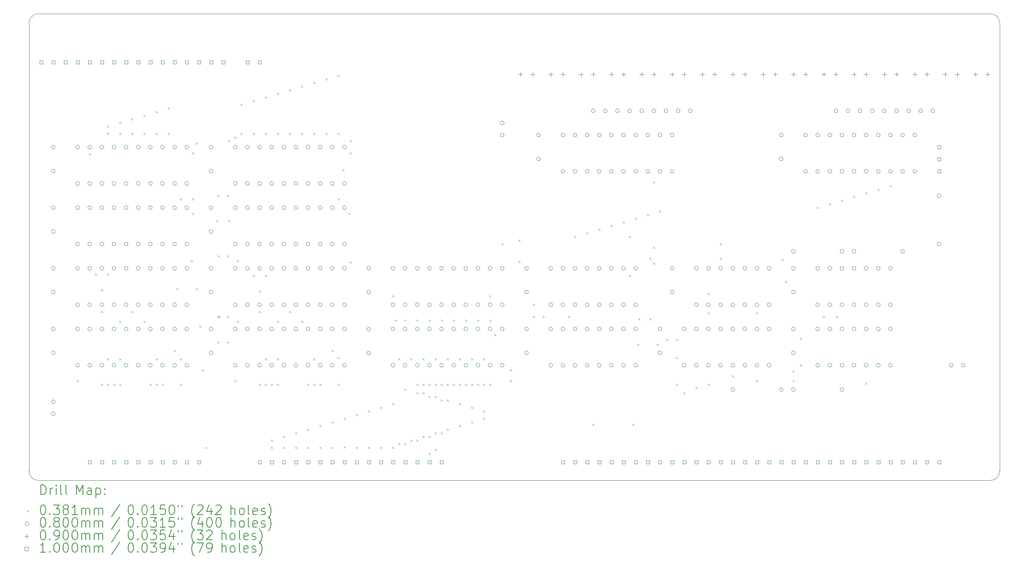
<source format=gbr>
%TF.GenerationSoftware,KiCad,Pcbnew,(7.0.0)*%
%TF.CreationDate,2024-11-17T17:22:16-08:00*%
%TF.ProjectId,shift_rot,73686966-745f-4726-9f74-2e6b69636164,rev?*%
%TF.SameCoordinates,Original*%
%TF.FileFunction,Drillmap*%
%TF.FilePolarity,Positive*%
%FSLAX45Y45*%
G04 Gerber Fmt 4.5, Leading zero omitted, Abs format (unit mm)*
G04 Created by KiCad (PCBNEW (7.0.0)) date 2024-11-17 17:22:16*
%MOMM*%
%LPD*%
G01*
G04 APERTURE LIST*
%ADD10C,0.050000*%
%ADD11C,0.200000*%
%ADD12C,0.038100*%
%ADD13C,0.080000*%
%ADD14C,0.090000*%
%ADD15C,0.100000*%
G04 APERTURE END LIST*
D10*
X5270500Y-14859000D02*
X25209500Y-14859000D01*
X5080000Y-14668500D02*
G75*
G03*
X5270500Y-14859000I190500J0D01*
G01*
X5080000Y-5270500D02*
X5080000Y-14668500D01*
X25209500Y-14859000D02*
G75*
G03*
X25400000Y-14668500I0J190500D01*
G01*
X5270500Y-5080000D02*
G75*
G03*
X5080000Y-5270500I0J-190500D01*
G01*
X25209500Y-5080000D02*
X5270500Y-5080000D01*
X25400000Y-5270500D02*
G75*
G03*
X25209500Y-5080000I-190500J0D01*
G01*
X25400000Y-14668500D02*
X25400000Y-5270500D01*
D11*
D12*
X6076950Y-12757150D02*
X6115050Y-12795250D01*
X6115050Y-12757150D02*
X6076950Y-12795250D01*
X6330950Y-8007350D02*
X6369050Y-8045450D01*
X6369050Y-8007350D02*
X6330950Y-8045450D01*
X6457950Y-10521950D02*
X6496050Y-10560050D01*
X6496050Y-10521950D02*
X6457950Y-10560050D01*
X6584950Y-10852150D02*
X6623050Y-10890250D01*
X6623050Y-10852150D02*
X6584950Y-10890250D01*
X6584950Y-11309350D02*
X6623050Y-11347450D01*
X6623050Y-11309350D02*
X6584950Y-11347450D01*
X6584950Y-12833350D02*
X6623050Y-12871450D01*
X6623050Y-12833350D02*
X6584950Y-12871450D01*
X6711950Y-7423150D02*
X6750050Y-7461250D01*
X6750050Y-7423150D02*
X6711950Y-7461250D01*
X6711950Y-7567880D02*
X6750050Y-7605980D01*
X6750050Y-7567880D02*
X6711950Y-7605980D01*
X6711950Y-10521950D02*
X6750050Y-10560050D01*
X6750050Y-10521950D02*
X6711950Y-10560050D01*
X6711950Y-12299950D02*
X6750050Y-12338050D01*
X6750050Y-12299950D02*
X6711950Y-12338050D01*
X6711950Y-12833350D02*
X6750050Y-12871450D01*
X6750050Y-12833350D02*
X6711950Y-12871450D01*
X6838950Y-12833350D02*
X6877050Y-12871450D01*
X6877050Y-12833350D02*
X6838950Y-12871450D01*
X6965950Y-7346950D02*
X7004050Y-7385050D01*
X7004050Y-7346950D02*
X6965950Y-7385050D01*
X6965950Y-7575550D02*
X7004050Y-7613650D01*
X7004050Y-7575550D02*
X6965950Y-7613650D01*
X6965950Y-11512550D02*
X7004050Y-11550650D01*
X7004050Y-11512550D02*
X6965950Y-11550650D01*
X6965950Y-12299950D02*
X7004050Y-12338050D01*
X7004050Y-12299950D02*
X6965950Y-12338050D01*
X6965950Y-12833350D02*
X7004050Y-12871450D01*
X7004050Y-12833350D02*
X6965950Y-12871450D01*
X7219950Y-7270750D02*
X7258050Y-7308850D01*
X7258050Y-7270750D02*
X7219950Y-7308850D01*
X7219950Y-7575550D02*
X7258050Y-7613650D01*
X7258050Y-7575550D02*
X7219950Y-7613650D01*
X7219950Y-11309350D02*
X7258050Y-11347450D01*
X7258050Y-11309350D02*
X7219950Y-11347450D01*
X7473950Y-7194550D02*
X7512050Y-7232650D01*
X7512050Y-7194550D02*
X7473950Y-7232650D01*
X7473950Y-7575550D02*
X7512050Y-7613650D01*
X7512050Y-7575550D02*
X7473950Y-7613650D01*
X7473950Y-11512550D02*
X7512050Y-11550650D01*
X7512050Y-11512550D02*
X7473950Y-11550650D01*
X7600950Y-12833350D02*
X7639050Y-12871450D01*
X7639050Y-12833350D02*
X7600950Y-12871450D01*
X7727950Y-7118350D02*
X7766050Y-7156450D01*
X7766050Y-7118350D02*
X7727950Y-7156450D01*
X7727950Y-7575550D02*
X7766050Y-7613650D01*
X7766050Y-7575550D02*
X7727950Y-7613650D01*
X7727950Y-12299950D02*
X7766050Y-12338050D01*
X7766050Y-12299950D02*
X7727950Y-12338050D01*
X7727950Y-12833350D02*
X7766050Y-12871450D01*
X7766050Y-12833350D02*
X7727950Y-12871450D01*
X7854950Y-12833350D02*
X7893050Y-12871450D01*
X7893050Y-12833350D02*
X7854950Y-12871450D01*
X7981950Y-7042150D02*
X8020050Y-7080250D01*
X8020050Y-7042150D02*
X7981950Y-7080250D01*
X7981950Y-7575550D02*
X8020050Y-7613650D01*
X8020050Y-7575550D02*
X7981950Y-7613650D01*
X8108950Y-12122150D02*
X8147050Y-12160250D01*
X8147050Y-12122150D02*
X8108950Y-12160250D01*
X8159750Y-10826750D02*
X8197850Y-10864850D01*
X8197850Y-10826750D02*
X8159750Y-10864850D01*
X8235950Y-8947150D02*
X8274050Y-8985250D01*
X8274050Y-8947150D02*
X8235950Y-8985250D01*
X8235950Y-12299950D02*
X8274050Y-12338050D01*
X8274050Y-12299950D02*
X8235950Y-12338050D01*
X8235950Y-12833350D02*
X8274050Y-12871450D01*
X8274050Y-12833350D02*
X8235950Y-12871450D01*
X8464550Y-10242550D02*
X8502650Y-10280650D01*
X8502650Y-10242550D02*
X8464550Y-10280650D01*
X8489950Y-7981950D02*
X8528050Y-8020050D01*
X8528050Y-7981950D02*
X8489950Y-8020050D01*
X8489950Y-8947150D02*
X8528050Y-8985250D01*
X8528050Y-8947150D02*
X8489950Y-8985250D01*
X8489950Y-9251950D02*
X8528050Y-9290050D01*
X8528050Y-9251950D02*
X8489950Y-9290050D01*
X8566150Y-7778750D02*
X8604250Y-7816850D01*
X8604250Y-7778750D02*
X8566150Y-7816850D01*
X8566150Y-10826750D02*
X8604250Y-10864850D01*
X8604250Y-10826750D02*
X8566150Y-10864850D01*
X8642350Y-11614150D02*
X8680450Y-11652250D01*
X8680450Y-11614150D02*
X8642350Y-11652250D01*
X8693150Y-12528550D02*
X8731250Y-12566650D01*
X8731250Y-12528550D02*
X8693150Y-12566650D01*
X8769350Y-14154150D02*
X8807450Y-14192250D01*
X8807450Y-14154150D02*
X8769350Y-14192250D01*
X8997950Y-9404350D02*
X9036050Y-9442450D01*
X9036050Y-9404350D02*
X8997950Y-9442450D01*
X9023350Y-8870950D02*
X9061450Y-8909050D01*
X9061450Y-8870950D02*
X9023350Y-8909050D01*
X9023350Y-10140950D02*
X9061450Y-10179050D01*
X9061450Y-10140950D02*
X9023350Y-10179050D01*
X9023350Y-11944350D02*
X9061450Y-11982450D01*
X9061450Y-11944350D02*
X9023350Y-11982450D01*
X9031020Y-11410950D02*
X9069120Y-11449050D01*
X9069120Y-11410950D02*
X9031020Y-11449050D01*
X9226550Y-8870950D02*
X9264650Y-8909050D01*
X9264650Y-8870950D02*
X9226550Y-8909050D01*
X9226550Y-10140950D02*
X9264650Y-10179050D01*
X9264650Y-10140950D02*
X9226550Y-10179050D01*
X9226550Y-11410950D02*
X9264650Y-11449050D01*
X9264650Y-11410950D02*
X9226550Y-11449050D01*
X9226550Y-11944350D02*
X9264650Y-11982450D01*
X9264650Y-11944350D02*
X9226550Y-11982450D01*
X9251950Y-7727950D02*
X9290050Y-7766050D01*
X9290050Y-7727950D02*
X9251950Y-7766050D01*
X9251950Y-9404350D02*
X9290050Y-9442450D01*
X9290050Y-9404350D02*
X9251950Y-9442450D01*
X9378950Y-7651750D02*
X9417050Y-7689850D01*
X9417050Y-7651750D02*
X9378950Y-7689850D01*
X9378950Y-12757150D02*
X9417050Y-12795250D01*
X9417050Y-12757150D02*
X9378950Y-12795250D01*
X9429750Y-10242550D02*
X9467850Y-10280650D01*
X9467850Y-10242550D02*
X9429750Y-10280650D01*
X9429750Y-11512550D02*
X9467850Y-11550650D01*
X9467850Y-11512550D02*
X9429750Y-11550650D01*
X9505950Y-6965950D02*
X9544050Y-7004050D01*
X9544050Y-6965950D02*
X9505950Y-7004050D01*
X9505950Y-7575550D02*
X9544050Y-7613650D01*
X9544050Y-7575550D02*
X9505950Y-7613650D01*
X9759950Y-6889750D02*
X9798050Y-6927850D01*
X9798050Y-6889750D02*
X9759950Y-6927850D01*
X9759950Y-7575550D02*
X9798050Y-7613650D01*
X9798050Y-7575550D02*
X9759950Y-7613650D01*
X9759950Y-10547350D02*
X9798050Y-10585450D01*
X9798050Y-10547350D02*
X9759950Y-10585450D01*
X9886950Y-10877550D02*
X9925050Y-10915650D01*
X9925050Y-10877550D02*
X9886950Y-10915650D01*
X9886950Y-11309350D02*
X9925050Y-11347450D01*
X9925050Y-11309350D02*
X9886950Y-11347450D01*
X9886950Y-12833350D02*
X9925050Y-12871450D01*
X9925050Y-12833350D02*
X9886950Y-12871450D01*
X10013950Y-6813550D02*
X10052050Y-6851650D01*
X10052050Y-6813550D02*
X10013950Y-6851650D01*
X10013950Y-7575550D02*
X10052050Y-7613650D01*
X10052050Y-7575550D02*
X10013950Y-7613650D01*
X10013950Y-10547350D02*
X10052050Y-10585450D01*
X10052050Y-10547350D02*
X10013950Y-10585450D01*
X10013950Y-12299950D02*
X10052050Y-12338050D01*
X10052050Y-12299950D02*
X10013950Y-12338050D01*
X10013950Y-12833350D02*
X10052050Y-12871450D01*
X10052050Y-12833350D02*
X10013950Y-12871450D01*
X10140950Y-12833350D02*
X10179050Y-12871450D01*
X10179050Y-12833350D02*
X10140950Y-12871450D01*
X10140950Y-14001750D02*
X10179050Y-14039850D01*
X10179050Y-14001750D02*
X10140950Y-14039850D01*
X10140950Y-14154150D02*
X10179050Y-14192250D01*
X10179050Y-14154150D02*
X10140950Y-14192250D01*
X10267950Y-6737350D02*
X10306050Y-6775450D01*
X10306050Y-6737350D02*
X10267950Y-6775450D01*
X10267950Y-7575550D02*
X10306050Y-7613650D01*
X10306050Y-7575550D02*
X10267950Y-7613650D01*
X10267950Y-11512550D02*
X10306050Y-11550650D01*
X10306050Y-11512550D02*
X10267950Y-11550650D01*
X10267950Y-12299950D02*
X10306050Y-12338050D01*
X10306050Y-12299950D02*
X10267950Y-12338050D01*
X10267950Y-12833350D02*
X10306050Y-12871450D01*
X10306050Y-12833350D02*
X10267950Y-12871450D01*
X10394950Y-13925550D02*
X10433050Y-13963650D01*
X10433050Y-13925550D02*
X10394950Y-13963650D01*
X10394950Y-14154150D02*
X10433050Y-14192250D01*
X10433050Y-14154150D02*
X10394950Y-14192250D01*
X10521950Y-6661150D02*
X10560050Y-6699250D01*
X10560050Y-6661150D02*
X10521950Y-6699250D01*
X10521950Y-7575550D02*
X10560050Y-7613650D01*
X10560050Y-7575550D02*
X10521950Y-7613650D01*
X10521950Y-11309350D02*
X10560050Y-11347450D01*
X10560050Y-11309350D02*
X10521950Y-11347450D01*
X10648950Y-13849350D02*
X10687050Y-13887450D01*
X10687050Y-13849350D02*
X10648950Y-13887450D01*
X10648950Y-14154150D02*
X10687050Y-14192250D01*
X10687050Y-14154150D02*
X10648950Y-14192250D01*
X10775950Y-6584950D02*
X10814050Y-6623050D01*
X10814050Y-6584950D02*
X10775950Y-6623050D01*
X10775950Y-7575550D02*
X10814050Y-7613650D01*
X10814050Y-7575550D02*
X10775950Y-7613650D01*
X10775950Y-11512550D02*
X10814050Y-11550650D01*
X10814050Y-11512550D02*
X10775950Y-11550650D01*
X10902950Y-12833350D02*
X10941050Y-12871450D01*
X10941050Y-12833350D02*
X10902950Y-12871450D01*
X10902950Y-13773150D02*
X10941050Y-13811250D01*
X10941050Y-13773150D02*
X10902950Y-13811250D01*
X10902950Y-14154150D02*
X10941050Y-14192250D01*
X10941050Y-14154150D02*
X10902950Y-14192250D01*
X11029950Y-6508750D02*
X11068050Y-6546850D01*
X11068050Y-6508750D02*
X11029950Y-6546850D01*
X11029950Y-7575550D02*
X11068050Y-7613650D01*
X11068050Y-7575550D02*
X11029950Y-7613650D01*
X11029950Y-12299950D02*
X11068050Y-12338050D01*
X11068050Y-12299950D02*
X11029950Y-12338050D01*
X11029950Y-12833350D02*
X11068050Y-12871450D01*
X11068050Y-12833350D02*
X11029950Y-12871450D01*
X11156950Y-12833350D02*
X11195050Y-12871450D01*
X11195050Y-12833350D02*
X11156950Y-12871450D01*
X11156950Y-13696950D02*
X11195050Y-13735050D01*
X11195050Y-13696950D02*
X11156950Y-13735050D01*
X11156950Y-14154150D02*
X11195050Y-14192250D01*
X11195050Y-14154150D02*
X11156950Y-14192250D01*
X11283950Y-6432550D02*
X11322050Y-6470650D01*
X11322050Y-6432550D02*
X11283950Y-6470650D01*
X11283950Y-7575550D02*
X11322050Y-7613650D01*
X11322050Y-7575550D02*
X11283950Y-7613650D01*
X11410950Y-12122150D02*
X11449050Y-12160250D01*
X11449050Y-12122150D02*
X11410950Y-12160250D01*
X11410950Y-13620750D02*
X11449050Y-13658850D01*
X11449050Y-13620750D02*
X11410950Y-13658850D01*
X11410950Y-14154150D02*
X11449050Y-14192250D01*
X11449050Y-14154150D02*
X11410950Y-14192250D01*
X11537950Y-6356350D02*
X11576050Y-6394450D01*
X11576050Y-6356350D02*
X11537950Y-6394450D01*
X11537950Y-7575550D02*
X11576050Y-7613650D01*
X11576050Y-7575550D02*
X11537950Y-7613650D01*
X11537950Y-8947150D02*
X11576050Y-8985250D01*
X11576050Y-8947150D02*
X11537950Y-8985250D01*
X11537950Y-12274550D02*
X11576050Y-12312650D01*
X11576050Y-12274550D02*
X11537950Y-12312650D01*
X11537950Y-12833350D02*
X11576050Y-12871450D01*
X11576050Y-12833350D02*
X11537950Y-12871450D01*
X11639550Y-8337550D02*
X11677650Y-8375650D01*
X11677650Y-8337550D02*
X11639550Y-8375650D01*
X11664950Y-13544550D02*
X11703050Y-13582650D01*
X11703050Y-13544550D02*
X11664950Y-13582650D01*
X11664950Y-14146480D02*
X11703050Y-14184580D01*
X11703050Y-14146480D02*
X11664950Y-14184580D01*
X11766550Y-9251950D02*
X11804650Y-9290050D01*
X11804650Y-9251950D02*
X11766550Y-9290050D01*
X11791950Y-7727950D02*
X11830050Y-7766050D01*
X11830050Y-7727950D02*
X11791950Y-7766050D01*
X11791950Y-7981950D02*
X11830050Y-8020050D01*
X11830050Y-7981950D02*
X11791950Y-8020050D01*
X11791950Y-10267950D02*
X11830050Y-10306050D01*
X11830050Y-10267950D02*
X11791950Y-10306050D01*
X11918950Y-13468350D02*
X11957050Y-13506450D01*
X11957050Y-13468350D02*
X11918950Y-13506450D01*
X11918950Y-14154150D02*
X11957050Y-14192250D01*
X11957050Y-14154150D02*
X11918950Y-14192250D01*
X12172950Y-13392150D02*
X12211050Y-13430250D01*
X12211050Y-13392150D02*
X12172950Y-13430250D01*
X12172950Y-14154150D02*
X12211050Y-14192250D01*
X12211050Y-14154150D02*
X12172950Y-14192250D01*
X12426950Y-13315950D02*
X12465050Y-13354050D01*
X12465050Y-13315950D02*
X12426950Y-13354050D01*
X12426950Y-14154150D02*
X12465050Y-14192250D01*
X12465050Y-14154150D02*
X12426950Y-14192250D01*
X12680950Y-10979150D02*
X12719050Y-11017250D01*
X12719050Y-10979150D02*
X12680950Y-11017250D01*
X12680950Y-13239750D02*
X12719050Y-13277850D01*
X12719050Y-13239750D02*
X12680950Y-13277850D01*
X12680950Y-14154150D02*
X12719050Y-14192250D01*
X12719050Y-14154150D02*
X12680950Y-14192250D01*
X12731750Y-11487150D02*
X12769850Y-11525250D01*
X12769850Y-11487150D02*
X12731750Y-11525250D01*
X12807950Y-12299950D02*
X12846050Y-12338050D01*
X12846050Y-12299950D02*
X12807950Y-12338050D01*
X12807950Y-14077950D02*
X12846050Y-14116050D01*
X12846050Y-14077950D02*
X12807950Y-14116050D01*
X12934950Y-11487150D02*
X12973050Y-11525250D01*
X12973050Y-11487150D02*
X12934950Y-11525250D01*
X12934950Y-12934950D02*
X12973050Y-12973050D01*
X12973050Y-12934950D02*
X12934950Y-12973050D01*
X12934950Y-14077950D02*
X12973050Y-14116050D01*
X12973050Y-14077950D02*
X12934950Y-14116050D01*
X13061950Y-12299950D02*
X13100050Y-12338050D01*
X13100050Y-12299950D02*
X13061950Y-12338050D01*
X13061950Y-14001750D02*
X13100050Y-14039850D01*
X13100050Y-14001750D02*
X13061950Y-14039850D01*
X13188950Y-11487150D02*
X13227050Y-11525250D01*
X13227050Y-11487150D02*
X13188950Y-11525250D01*
X13188950Y-12833350D02*
X13227050Y-12871450D01*
X13227050Y-12833350D02*
X13188950Y-12871450D01*
X13188950Y-13011150D02*
X13227050Y-13049250D01*
X13227050Y-13011150D02*
X13188950Y-13049250D01*
X13188950Y-14001750D02*
X13227050Y-14039850D01*
X13227050Y-14001750D02*
X13188950Y-14039850D01*
X13315950Y-12299950D02*
X13354050Y-12338050D01*
X13354050Y-12299950D02*
X13315950Y-12338050D01*
X13315950Y-12833350D02*
X13354050Y-12871450D01*
X13354050Y-12833350D02*
X13315950Y-12871450D01*
X13315950Y-13011150D02*
X13354050Y-13049250D01*
X13354050Y-13011150D02*
X13315950Y-13049250D01*
X13315950Y-13925550D02*
X13354050Y-13963650D01*
X13354050Y-13925550D02*
X13315950Y-13963650D01*
X13442950Y-11487150D02*
X13481050Y-11525250D01*
X13481050Y-11487150D02*
X13442950Y-11525250D01*
X13442950Y-12833350D02*
X13481050Y-12871450D01*
X13481050Y-12833350D02*
X13442950Y-12871450D01*
X13442950Y-13087350D02*
X13481050Y-13125450D01*
X13481050Y-13087350D02*
X13442950Y-13125450D01*
X13442950Y-13925550D02*
X13481050Y-13963650D01*
X13481050Y-13925550D02*
X13442950Y-13963650D01*
X13442950Y-14281150D02*
X13481050Y-14319250D01*
X13481050Y-14281150D02*
X13442950Y-14319250D01*
X13569950Y-12299950D02*
X13608050Y-12338050D01*
X13608050Y-12299950D02*
X13569950Y-12338050D01*
X13569950Y-12833350D02*
X13608050Y-12871450D01*
X13608050Y-12833350D02*
X13569950Y-12871450D01*
X13569950Y-13087350D02*
X13608050Y-13125450D01*
X13608050Y-13087350D02*
X13569950Y-13125450D01*
X13569950Y-13849350D02*
X13608050Y-13887450D01*
X13608050Y-13849350D02*
X13569950Y-13887450D01*
X13569950Y-14204950D02*
X13608050Y-14243050D01*
X13608050Y-14204950D02*
X13569950Y-14243050D01*
X13696950Y-11487150D02*
X13735050Y-11525250D01*
X13735050Y-11487150D02*
X13696950Y-11525250D01*
X13696950Y-12833350D02*
X13735050Y-12871450D01*
X13735050Y-12833350D02*
X13696950Y-12871450D01*
X13696950Y-13163550D02*
X13735050Y-13201650D01*
X13735050Y-13163550D02*
X13696950Y-13201650D01*
X13696950Y-13849350D02*
X13735050Y-13887450D01*
X13735050Y-13849350D02*
X13696950Y-13887450D01*
X13823950Y-12299950D02*
X13862050Y-12338050D01*
X13862050Y-12299950D02*
X13823950Y-12338050D01*
X13823950Y-12833350D02*
X13862050Y-12871450D01*
X13862050Y-12833350D02*
X13823950Y-12871450D01*
X13823950Y-13163550D02*
X13862050Y-13201650D01*
X13862050Y-13163550D02*
X13823950Y-13201650D01*
X13823950Y-13773150D02*
X13862050Y-13811250D01*
X13862050Y-13773150D02*
X13823950Y-13811250D01*
X13950950Y-11487150D02*
X13989050Y-11525250D01*
X13989050Y-11487150D02*
X13950950Y-11525250D01*
X13950950Y-12833350D02*
X13989050Y-12871450D01*
X13989050Y-12833350D02*
X13950950Y-12871450D01*
X14077950Y-12299950D02*
X14116050Y-12338050D01*
X14116050Y-12299950D02*
X14077950Y-12338050D01*
X14077950Y-12833350D02*
X14116050Y-12871450D01*
X14116050Y-12833350D02*
X14077950Y-12871450D01*
X14077950Y-13239750D02*
X14116050Y-13277850D01*
X14116050Y-13239750D02*
X14077950Y-13277850D01*
X14077950Y-13696950D02*
X14116050Y-13735050D01*
X14116050Y-13696950D02*
X14077950Y-13735050D01*
X14204950Y-11487150D02*
X14243050Y-11525250D01*
X14243050Y-11487150D02*
X14204950Y-11525250D01*
X14204950Y-12833350D02*
X14243050Y-12871450D01*
X14243050Y-12833350D02*
X14204950Y-12871450D01*
X14331950Y-12299950D02*
X14370050Y-12338050D01*
X14370050Y-12299950D02*
X14331950Y-12338050D01*
X14331950Y-12833350D02*
X14370050Y-12871450D01*
X14370050Y-12833350D02*
X14331950Y-12871450D01*
X14331950Y-13315950D02*
X14370050Y-13354050D01*
X14370050Y-13315950D02*
X14331950Y-13354050D01*
X14331950Y-13620750D02*
X14370050Y-13658850D01*
X14370050Y-13620750D02*
X14331950Y-13658850D01*
X14458950Y-11487150D02*
X14497050Y-11525250D01*
X14497050Y-11487150D02*
X14458950Y-11525250D01*
X14458950Y-12833350D02*
X14497050Y-12871450D01*
X14497050Y-12833350D02*
X14458950Y-12871450D01*
X14585950Y-12299950D02*
X14624050Y-12338050D01*
X14624050Y-12299950D02*
X14585950Y-12338050D01*
X14585950Y-12833350D02*
X14624050Y-12871450D01*
X14624050Y-12833350D02*
X14585950Y-12871450D01*
X14585950Y-13392150D02*
X14624050Y-13430250D01*
X14624050Y-13392150D02*
X14585950Y-13430250D01*
X14585950Y-13544550D02*
X14624050Y-13582650D01*
X14624050Y-13544550D02*
X14585950Y-13582650D01*
X14712950Y-10979150D02*
X14751050Y-11017250D01*
X14751050Y-10979150D02*
X14712950Y-11017250D01*
X14712950Y-11487150D02*
X14751050Y-11525250D01*
X14751050Y-11487150D02*
X14712950Y-11525250D01*
X14712950Y-12833350D02*
X14751050Y-12871450D01*
X14751050Y-12833350D02*
X14712950Y-12871450D01*
X14814550Y-11791950D02*
X14852650Y-11830050D01*
X14852650Y-11791950D02*
X14814550Y-11830050D01*
X14966950Y-9886950D02*
X15005050Y-9925050D01*
X15005050Y-9886950D02*
X14966950Y-9925050D01*
X15144750Y-12528550D02*
X15182850Y-12566650D01*
X15182850Y-12528550D02*
X15144750Y-12566650D01*
X15144750Y-12757150D02*
X15182850Y-12795250D01*
X15182850Y-12757150D02*
X15144750Y-12795250D01*
X15322550Y-9810750D02*
X15360650Y-9848850D01*
X15360650Y-9810750D02*
X15322550Y-9848850D01*
X15322550Y-10260280D02*
X15360650Y-10298380D01*
X15360650Y-10260280D02*
X15322550Y-10298380D01*
X15627350Y-11156950D02*
X15665450Y-11195050D01*
X15665450Y-11156950D02*
X15627350Y-11195050D01*
X15627350Y-11410950D02*
X15665450Y-11449050D01*
X15665450Y-11410950D02*
X15627350Y-11449050D01*
X15830550Y-11410950D02*
X15868650Y-11449050D01*
X15868650Y-11410950D02*
X15830550Y-11449050D01*
X16363950Y-11410950D02*
X16402050Y-11449050D01*
X16402050Y-11410950D02*
X16363950Y-11449050D01*
X16490950Y-9734550D02*
X16529050Y-9772650D01*
X16529050Y-9734550D02*
X16490950Y-9772650D01*
X16744950Y-9658350D02*
X16783050Y-9696450D01*
X16783050Y-9658350D02*
X16744950Y-9696450D01*
X16871950Y-13671550D02*
X16910050Y-13709650D01*
X16910050Y-13671550D02*
X16871950Y-13709650D01*
X16998950Y-9582150D02*
X17037050Y-9620250D01*
X17037050Y-9582150D02*
X16998950Y-9620250D01*
X17252950Y-9505950D02*
X17291050Y-9544050D01*
X17291050Y-9505950D02*
X17252950Y-9544050D01*
X17506950Y-9429750D02*
X17545050Y-9467850D01*
X17545050Y-9429750D02*
X17506950Y-9467850D01*
X17633950Y-9734550D02*
X17672050Y-9772650D01*
X17672050Y-9734550D02*
X17633950Y-9772650D01*
X17633950Y-10547350D02*
X17672050Y-10585450D01*
X17672050Y-10547350D02*
X17633950Y-10585450D01*
X17710150Y-13671550D02*
X17748250Y-13709650D01*
X17748250Y-13671550D02*
X17710150Y-13709650D01*
X17760950Y-9353550D02*
X17799050Y-9391650D01*
X17799050Y-9353550D02*
X17760950Y-9391650D01*
X17811750Y-11995150D02*
X17849850Y-12033250D01*
X17849850Y-11995150D02*
X17811750Y-12033250D01*
X17837150Y-11461750D02*
X17875250Y-11499850D01*
X17875250Y-11461750D02*
X17837150Y-11499850D01*
X18014950Y-9277350D02*
X18053050Y-9315450D01*
X18053050Y-9277350D02*
X18014950Y-9315450D01*
X18065750Y-10191750D02*
X18103850Y-10229850D01*
X18103850Y-10191750D02*
X18065750Y-10229850D01*
X18065750Y-11461750D02*
X18103850Y-11499850D01*
X18103850Y-11461750D02*
X18065750Y-11499850D01*
X18141950Y-8591550D02*
X18180050Y-8629650D01*
X18180050Y-8591550D02*
X18141950Y-8629650D01*
X18141950Y-9963150D02*
X18180050Y-10001250D01*
X18180050Y-9963150D02*
X18141950Y-10001250D01*
X18141950Y-10293350D02*
X18180050Y-10331450D01*
X18180050Y-10293350D02*
X18141950Y-10331450D01*
X18218150Y-11995150D02*
X18256250Y-12033250D01*
X18256250Y-11995150D02*
X18218150Y-12033250D01*
X18268950Y-9201150D02*
X18307050Y-9239250D01*
X18307050Y-9201150D02*
X18268950Y-9239250D01*
X18421350Y-11893550D02*
X18459450Y-11931650D01*
X18459450Y-11893550D02*
X18421350Y-11931650D01*
X18624550Y-11893550D02*
X18662650Y-11931650D01*
X18662650Y-11893550D02*
X18624550Y-11931650D01*
X18624550Y-12274550D02*
X18662650Y-12312650D01*
X18662650Y-12274550D02*
X18624550Y-12312650D01*
X18624550Y-12833350D02*
X18662650Y-12871450D01*
X18662650Y-12833350D02*
X18624550Y-12871450D01*
X18776950Y-13011150D02*
X18815050Y-13049250D01*
X18815050Y-13011150D02*
X18776950Y-13049250D01*
X19030950Y-12901880D02*
X19069050Y-12939980D01*
X19069050Y-12901880D02*
X19030950Y-12939980D01*
X19284950Y-10928350D02*
X19323050Y-10966450D01*
X19323050Y-10928350D02*
X19284950Y-10966450D01*
X19284950Y-11334750D02*
X19323050Y-11372850D01*
X19323050Y-11334750D02*
X19284950Y-11372850D01*
X19284950Y-12833350D02*
X19323050Y-12871450D01*
X19323050Y-12833350D02*
X19284950Y-12871450D01*
X19538950Y-9886950D02*
X19577050Y-9925050D01*
X19577050Y-9886950D02*
X19538950Y-9925050D01*
X19538950Y-10191750D02*
X19577050Y-10229850D01*
X19577050Y-10191750D02*
X19538950Y-10229850D01*
X19792950Y-12655550D02*
X19831050Y-12693650D01*
X19831050Y-12655550D02*
X19792950Y-12693650D01*
X20300950Y-11334750D02*
X20339050Y-11372850D01*
X20339050Y-11334750D02*
X20300950Y-11372850D01*
X20300950Y-12757150D02*
X20339050Y-12795250D01*
X20339050Y-12757150D02*
X20300950Y-12795250D01*
X20834350Y-10217150D02*
X20872450Y-10255250D01*
X20872450Y-10217150D02*
X20834350Y-10255250D01*
X20910550Y-10674350D02*
X20948650Y-10712450D01*
X20948650Y-10674350D02*
X20910550Y-10712450D01*
X21062950Y-12553950D02*
X21101050Y-12592050D01*
X21101050Y-12553950D02*
X21062950Y-12592050D01*
X21062950Y-12757150D02*
X21101050Y-12795250D01*
X21101050Y-12757150D02*
X21062950Y-12795250D01*
X21215350Y-11868150D02*
X21253450Y-11906250D01*
X21253450Y-11868150D02*
X21215350Y-11906250D01*
X21215350Y-12426950D02*
X21253450Y-12465050D01*
X21253450Y-12426950D02*
X21215350Y-12465050D01*
X21570950Y-9124950D02*
X21609050Y-9163050D01*
X21609050Y-9124950D02*
X21570950Y-9163050D01*
X21697950Y-11410950D02*
X21736050Y-11449050D01*
X21736050Y-11410950D02*
X21697950Y-11449050D01*
X21824950Y-9048750D02*
X21863050Y-9086850D01*
X21863050Y-9048750D02*
X21824950Y-9086850D01*
X21977350Y-11410950D02*
X22015450Y-11449050D01*
X22015450Y-11410950D02*
X21977350Y-11449050D01*
X22078950Y-8972550D02*
X22117050Y-9010650D01*
X22117050Y-8972550D02*
X22078950Y-9010650D01*
X22332950Y-8896350D02*
X22371050Y-8934450D01*
X22371050Y-8896350D02*
X22332950Y-8934450D01*
X22586950Y-8820150D02*
X22625050Y-8858250D01*
X22625050Y-8820150D02*
X22586950Y-8858250D01*
X22586950Y-12807950D02*
X22625050Y-12846050D01*
X22625050Y-12807950D02*
X22586950Y-12846050D01*
X22840950Y-8743950D02*
X22879050Y-8782050D01*
X22879050Y-8743950D02*
X22840950Y-8782050D01*
X23094950Y-8667750D02*
X23133050Y-8705850D01*
X23133050Y-8667750D02*
X23094950Y-8705850D01*
D13*
X5628000Y-7874000D02*
G75*
G03*
X5628000Y-7874000I-40000J0D01*
G01*
X5628000Y-8374000D02*
G75*
G03*
X5628000Y-8374000I-40000J0D01*
G01*
X5628000Y-9144000D02*
G75*
G03*
X5628000Y-9144000I-40000J0D01*
G01*
X5628000Y-9644000D02*
G75*
G03*
X5628000Y-9644000I-40000J0D01*
G01*
X5628000Y-10414000D02*
G75*
G03*
X5628000Y-10414000I-40000J0D01*
G01*
X5628000Y-10914000D02*
G75*
G03*
X5628000Y-10914000I-40000J0D01*
G01*
X5628000Y-11684000D02*
G75*
G03*
X5628000Y-11684000I-40000J0D01*
G01*
X5628000Y-12184000D02*
G75*
G03*
X5628000Y-12184000I-40000J0D01*
G01*
X5628000Y-13212000D02*
G75*
G03*
X5628000Y-13212000I-40000J0D01*
G01*
X5628000Y-13462000D02*
G75*
G03*
X5628000Y-13462000I-40000J0D01*
G01*
X6136000Y-7874000D02*
G75*
G03*
X6136000Y-7874000I-40000J0D01*
G01*
X6136000Y-8636000D02*
G75*
G03*
X6136000Y-8636000I-40000J0D01*
G01*
X6136000Y-9144000D02*
G75*
G03*
X6136000Y-9144000I-40000J0D01*
G01*
X6136000Y-9906000D02*
G75*
G03*
X6136000Y-9906000I-40000J0D01*
G01*
X6136000Y-10414000D02*
G75*
G03*
X6136000Y-10414000I-40000J0D01*
G01*
X6136000Y-11176000D02*
G75*
G03*
X6136000Y-11176000I-40000J0D01*
G01*
X6136000Y-11684000D02*
G75*
G03*
X6136000Y-11684000I-40000J0D01*
G01*
X6136000Y-12446000D02*
G75*
G03*
X6136000Y-12446000I-40000J0D01*
G01*
X6390000Y-7874000D02*
G75*
G03*
X6390000Y-7874000I-40000J0D01*
G01*
X6390000Y-8636000D02*
G75*
G03*
X6390000Y-8636000I-40000J0D01*
G01*
X6390000Y-9144000D02*
G75*
G03*
X6390000Y-9144000I-40000J0D01*
G01*
X6390000Y-9906000D02*
G75*
G03*
X6390000Y-9906000I-40000J0D01*
G01*
X6390000Y-10414000D02*
G75*
G03*
X6390000Y-10414000I-40000J0D01*
G01*
X6390000Y-11176000D02*
G75*
G03*
X6390000Y-11176000I-40000J0D01*
G01*
X6390000Y-11684000D02*
G75*
G03*
X6390000Y-11684000I-40000J0D01*
G01*
X6390000Y-12446000D02*
G75*
G03*
X6390000Y-12446000I-40000J0D01*
G01*
X6644000Y-7874000D02*
G75*
G03*
X6644000Y-7874000I-40000J0D01*
G01*
X6644000Y-8636000D02*
G75*
G03*
X6644000Y-8636000I-40000J0D01*
G01*
X6644000Y-9144000D02*
G75*
G03*
X6644000Y-9144000I-40000J0D01*
G01*
X6644000Y-9906000D02*
G75*
G03*
X6644000Y-9906000I-40000J0D01*
G01*
X6644000Y-10414000D02*
G75*
G03*
X6644000Y-10414000I-40000J0D01*
G01*
X6644000Y-11176000D02*
G75*
G03*
X6644000Y-11176000I-40000J0D01*
G01*
X6644000Y-11684000D02*
G75*
G03*
X6644000Y-11684000I-40000J0D01*
G01*
X6644000Y-12446000D02*
G75*
G03*
X6644000Y-12446000I-40000J0D01*
G01*
X6898000Y-7874000D02*
G75*
G03*
X6898000Y-7874000I-40000J0D01*
G01*
X6898000Y-8636000D02*
G75*
G03*
X6898000Y-8636000I-40000J0D01*
G01*
X6898000Y-9144000D02*
G75*
G03*
X6898000Y-9144000I-40000J0D01*
G01*
X6898000Y-9906000D02*
G75*
G03*
X6898000Y-9906000I-40000J0D01*
G01*
X6898000Y-10414000D02*
G75*
G03*
X6898000Y-10414000I-40000J0D01*
G01*
X6898000Y-11176000D02*
G75*
G03*
X6898000Y-11176000I-40000J0D01*
G01*
X6898000Y-11684000D02*
G75*
G03*
X6898000Y-11684000I-40000J0D01*
G01*
X6898000Y-12446000D02*
G75*
G03*
X6898000Y-12446000I-40000J0D01*
G01*
X7152000Y-7874000D02*
G75*
G03*
X7152000Y-7874000I-40000J0D01*
G01*
X7152000Y-8636000D02*
G75*
G03*
X7152000Y-8636000I-40000J0D01*
G01*
X7152000Y-9144000D02*
G75*
G03*
X7152000Y-9144000I-40000J0D01*
G01*
X7152000Y-9906000D02*
G75*
G03*
X7152000Y-9906000I-40000J0D01*
G01*
X7152000Y-10414000D02*
G75*
G03*
X7152000Y-10414000I-40000J0D01*
G01*
X7152000Y-11176000D02*
G75*
G03*
X7152000Y-11176000I-40000J0D01*
G01*
X7152000Y-11684000D02*
G75*
G03*
X7152000Y-11684000I-40000J0D01*
G01*
X7152000Y-12446000D02*
G75*
G03*
X7152000Y-12446000I-40000J0D01*
G01*
X7406000Y-7874000D02*
G75*
G03*
X7406000Y-7874000I-40000J0D01*
G01*
X7406000Y-8636000D02*
G75*
G03*
X7406000Y-8636000I-40000J0D01*
G01*
X7406000Y-9144000D02*
G75*
G03*
X7406000Y-9144000I-40000J0D01*
G01*
X7406000Y-9906000D02*
G75*
G03*
X7406000Y-9906000I-40000J0D01*
G01*
X7406000Y-10414000D02*
G75*
G03*
X7406000Y-10414000I-40000J0D01*
G01*
X7406000Y-11176000D02*
G75*
G03*
X7406000Y-11176000I-40000J0D01*
G01*
X7406000Y-11684000D02*
G75*
G03*
X7406000Y-11684000I-40000J0D01*
G01*
X7406000Y-12446000D02*
G75*
G03*
X7406000Y-12446000I-40000J0D01*
G01*
X7660000Y-7874000D02*
G75*
G03*
X7660000Y-7874000I-40000J0D01*
G01*
X7660000Y-8636000D02*
G75*
G03*
X7660000Y-8636000I-40000J0D01*
G01*
X7660000Y-9144000D02*
G75*
G03*
X7660000Y-9144000I-40000J0D01*
G01*
X7660000Y-9906000D02*
G75*
G03*
X7660000Y-9906000I-40000J0D01*
G01*
X7660000Y-10414000D02*
G75*
G03*
X7660000Y-10414000I-40000J0D01*
G01*
X7660000Y-11176000D02*
G75*
G03*
X7660000Y-11176000I-40000J0D01*
G01*
X7660000Y-11684000D02*
G75*
G03*
X7660000Y-11684000I-40000J0D01*
G01*
X7660000Y-12446000D02*
G75*
G03*
X7660000Y-12446000I-40000J0D01*
G01*
X7914000Y-7874000D02*
G75*
G03*
X7914000Y-7874000I-40000J0D01*
G01*
X7914000Y-8636000D02*
G75*
G03*
X7914000Y-8636000I-40000J0D01*
G01*
X7914000Y-9144000D02*
G75*
G03*
X7914000Y-9144000I-40000J0D01*
G01*
X7914000Y-9906000D02*
G75*
G03*
X7914000Y-9906000I-40000J0D01*
G01*
X7914000Y-10414000D02*
G75*
G03*
X7914000Y-10414000I-40000J0D01*
G01*
X7914000Y-11176000D02*
G75*
G03*
X7914000Y-11176000I-40000J0D01*
G01*
X7914000Y-11684000D02*
G75*
G03*
X7914000Y-11684000I-40000J0D01*
G01*
X7914000Y-12446000D02*
G75*
G03*
X7914000Y-12446000I-40000J0D01*
G01*
X8168000Y-7874000D02*
G75*
G03*
X8168000Y-7874000I-40000J0D01*
G01*
X8168000Y-8636000D02*
G75*
G03*
X8168000Y-8636000I-40000J0D01*
G01*
X8168000Y-9144000D02*
G75*
G03*
X8168000Y-9144000I-40000J0D01*
G01*
X8168000Y-9906000D02*
G75*
G03*
X8168000Y-9906000I-40000J0D01*
G01*
X8168000Y-10414000D02*
G75*
G03*
X8168000Y-10414000I-40000J0D01*
G01*
X8168000Y-11176000D02*
G75*
G03*
X8168000Y-11176000I-40000J0D01*
G01*
X8168000Y-11684000D02*
G75*
G03*
X8168000Y-11684000I-40000J0D01*
G01*
X8168000Y-12446000D02*
G75*
G03*
X8168000Y-12446000I-40000J0D01*
G01*
X8422000Y-7874000D02*
G75*
G03*
X8422000Y-7874000I-40000J0D01*
G01*
X8422000Y-8636000D02*
G75*
G03*
X8422000Y-8636000I-40000J0D01*
G01*
X8422000Y-9144000D02*
G75*
G03*
X8422000Y-9144000I-40000J0D01*
G01*
X8422000Y-9906000D02*
G75*
G03*
X8422000Y-9906000I-40000J0D01*
G01*
X8422000Y-10414000D02*
G75*
G03*
X8422000Y-10414000I-40000J0D01*
G01*
X8422000Y-11176000D02*
G75*
G03*
X8422000Y-11176000I-40000J0D01*
G01*
X8422000Y-11684000D02*
G75*
G03*
X8422000Y-11684000I-40000J0D01*
G01*
X8422000Y-12446000D02*
G75*
G03*
X8422000Y-12446000I-40000J0D01*
G01*
X8930000Y-7874000D02*
G75*
G03*
X8930000Y-7874000I-40000J0D01*
G01*
X8930000Y-8374000D02*
G75*
G03*
X8930000Y-8374000I-40000J0D01*
G01*
X8930000Y-9144000D02*
G75*
G03*
X8930000Y-9144000I-40000J0D01*
G01*
X8930000Y-9644000D02*
G75*
G03*
X8930000Y-9644000I-40000J0D01*
G01*
X8930000Y-10414000D02*
G75*
G03*
X8930000Y-10414000I-40000J0D01*
G01*
X8930000Y-10914000D02*
G75*
G03*
X8930000Y-10914000I-40000J0D01*
G01*
X8930000Y-11684000D02*
G75*
G03*
X8930000Y-11684000I-40000J0D01*
G01*
X8930000Y-12184000D02*
G75*
G03*
X8930000Y-12184000I-40000J0D01*
G01*
X9438000Y-7874000D02*
G75*
G03*
X9438000Y-7874000I-40000J0D01*
G01*
X9438000Y-8636000D02*
G75*
G03*
X9438000Y-8636000I-40000J0D01*
G01*
X9438000Y-9144000D02*
G75*
G03*
X9438000Y-9144000I-40000J0D01*
G01*
X9438000Y-9906000D02*
G75*
G03*
X9438000Y-9906000I-40000J0D01*
G01*
X9438000Y-10414000D02*
G75*
G03*
X9438000Y-10414000I-40000J0D01*
G01*
X9438000Y-11176000D02*
G75*
G03*
X9438000Y-11176000I-40000J0D01*
G01*
X9438000Y-11684000D02*
G75*
G03*
X9438000Y-11684000I-40000J0D01*
G01*
X9438000Y-12446000D02*
G75*
G03*
X9438000Y-12446000I-40000J0D01*
G01*
X9692000Y-7874000D02*
G75*
G03*
X9692000Y-7874000I-40000J0D01*
G01*
X9692000Y-8636000D02*
G75*
G03*
X9692000Y-8636000I-40000J0D01*
G01*
X9692000Y-9144000D02*
G75*
G03*
X9692000Y-9144000I-40000J0D01*
G01*
X9692000Y-9906000D02*
G75*
G03*
X9692000Y-9906000I-40000J0D01*
G01*
X9692000Y-10414000D02*
G75*
G03*
X9692000Y-10414000I-40000J0D01*
G01*
X9692000Y-11176000D02*
G75*
G03*
X9692000Y-11176000I-40000J0D01*
G01*
X9692000Y-11684000D02*
G75*
G03*
X9692000Y-11684000I-40000J0D01*
G01*
X9692000Y-12446000D02*
G75*
G03*
X9692000Y-12446000I-40000J0D01*
G01*
X9946000Y-7874000D02*
G75*
G03*
X9946000Y-7874000I-40000J0D01*
G01*
X9946000Y-8636000D02*
G75*
G03*
X9946000Y-8636000I-40000J0D01*
G01*
X9946000Y-9144000D02*
G75*
G03*
X9946000Y-9144000I-40000J0D01*
G01*
X9946000Y-9906000D02*
G75*
G03*
X9946000Y-9906000I-40000J0D01*
G01*
X9946000Y-10414000D02*
G75*
G03*
X9946000Y-10414000I-40000J0D01*
G01*
X9946000Y-11176000D02*
G75*
G03*
X9946000Y-11176000I-40000J0D01*
G01*
X9946000Y-11684000D02*
G75*
G03*
X9946000Y-11684000I-40000J0D01*
G01*
X9946000Y-12446000D02*
G75*
G03*
X9946000Y-12446000I-40000J0D01*
G01*
X10200000Y-7874000D02*
G75*
G03*
X10200000Y-7874000I-40000J0D01*
G01*
X10200000Y-8636000D02*
G75*
G03*
X10200000Y-8636000I-40000J0D01*
G01*
X10200000Y-9144000D02*
G75*
G03*
X10200000Y-9144000I-40000J0D01*
G01*
X10200000Y-9906000D02*
G75*
G03*
X10200000Y-9906000I-40000J0D01*
G01*
X10200000Y-10414000D02*
G75*
G03*
X10200000Y-10414000I-40000J0D01*
G01*
X10200000Y-11176000D02*
G75*
G03*
X10200000Y-11176000I-40000J0D01*
G01*
X10200000Y-11684000D02*
G75*
G03*
X10200000Y-11684000I-40000J0D01*
G01*
X10200000Y-12446000D02*
G75*
G03*
X10200000Y-12446000I-40000J0D01*
G01*
X10454000Y-7874000D02*
G75*
G03*
X10454000Y-7874000I-40000J0D01*
G01*
X10454000Y-8636000D02*
G75*
G03*
X10454000Y-8636000I-40000J0D01*
G01*
X10454000Y-9144000D02*
G75*
G03*
X10454000Y-9144000I-40000J0D01*
G01*
X10454000Y-9906000D02*
G75*
G03*
X10454000Y-9906000I-40000J0D01*
G01*
X10454000Y-10414000D02*
G75*
G03*
X10454000Y-10414000I-40000J0D01*
G01*
X10454000Y-11176000D02*
G75*
G03*
X10454000Y-11176000I-40000J0D01*
G01*
X10454000Y-11684000D02*
G75*
G03*
X10454000Y-11684000I-40000J0D01*
G01*
X10454000Y-12446000D02*
G75*
G03*
X10454000Y-12446000I-40000J0D01*
G01*
X10708000Y-7874000D02*
G75*
G03*
X10708000Y-7874000I-40000J0D01*
G01*
X10708000Y-8636000D02*
G75*
G03*
X10708000Y-8636000I-40000J0D01*
G01*
X10708000Y-9144000D02*
G75*
G03*
X10708000Y-9144000I-40000J0D01*
G01*
X10708000Y-9906000D02*
G75*
G03*
X10708000Y-9906000I-40000J0D01*
G01*
X10708000Y-10414000D02*
G75*
G03*
X10708000Y-10414000I-40000J0D01*
G01*
X10708000Y-11176000D02*
G75*
G03*
X10708000Y-11176000I-40000J0D01*
G01*
X10708000Y-11684000D02*
G75*
G03*
X10708000Y-11684000I-40000J0D01*
G01*
X10708000Y-12446000D02*
G75*
G03*
X10708000Y-12446000I-40000J0D01*
G01*
X10962000Y-7874000D02*
G75*
G03*
X10962000Y-7874000I-40000J0D01*
G01*
X10962000Y-8636000D02*
G75*
G03*
X10962000Y-8636000I-40000J0D01*
G01*
X10962000Y-9144000D02*
G75*
G03*
X10962000Y-9144000I-40000J0D01*
G01*
X10962000Y-9906000D02*
G75*
G03*
X10962000Y-9906000I-40000J0D01*
G01*
X10962000Y-10414000D02*
G75*
G03*
X10962000Y-10414000I-40000J0D01*
G01*
X10962000Y-11176000D02*
G75*
G03*
X10962000Y-11176000I-40000J0D01*
G01*
X10962000Y-11684000D02*
G75*
G03*
X10962000Y-11684000I-40000J0D01*
G01*
X10962000Y-12446000D02*
G75*
G03*
X10962000Y-12446000I-40000J0D01*
G01*
X11216000Y-7874000D02*
G75*
G03*
X11216000Y-7874000I-40000J0D01*
G01*
X11216000Y-8636000D02*
G75*
G03*
X11216000Y-8636000I-40000J0D01*
G01*
X11216000Y-9144000D02*
G75*
G03*
X11216000Y-9144000I-40000J0D01*
G01*
X11216000Y-9906000D02*
G75*
G03*
X11216000Y-9906000I-40000J0D01*
G01*
X11216000Y-10414000D02*
G75*
G03*
X11216000Y-10414000I-40000J0D01*
G01*
X11216000Y-11176000D02*
G75*
G03*
X11216000Y-11176000I-40000J0D01*
G01*
X11216000Y-11684000D02*
G75*
G03*
X11216000Y-11684000I-40000J0D01*
G01*
X11216000Y-12446000D02*
G75*
G03*
X11216000Y-12446000I-40000J0D01*
G01*
X11470000Y-7874000D02*
G75*
G03*
X11470000Y-7874000I-40000J0D01*
G01*
X11470000Y-8636000D02*
G75*
G03*
X11470000Y-8636000I-40000J0D01*
G01*
X11470000Y-9144000D02*
G75*
G03*
X11470000Y-9144000I-40000J0D01*
G01*
X11470000Y-9906000D02*
G75*
G03*
X11470000Y-9906000I-40000J0D01*
G01*
X11470000Y-10414000D02*
G75*
G03*
X11470000Y-10414000I-40000J0D01*
G01*
X11470000Y-11176000D02*
G75*
G03*
X11470000Y-11176000I-40000J0D01*
G01*
X11470000Y-11684000D02*
G75*
G03*
X11470000Y-11684000I-40000J0D01*
G01*
X11470000Y-12446000D02*
G75*
G03*
X11470000Y-12446000I-40000J0D01*
G01*
X11724000Y-7874000D02*
G75*
G03*
X11724000Y-7874000I-40000J0D01*
G01*
X11724000Y-8636000D02*
G75*
G03*
X11724000Y-8636000I-40000J0D01*
G01*
X11724000Y-9144000D02*
G75*
G03*
X11724000Y-9144000I-40000J0D01*
G01*
X11724000Y-9906000D02*
G75*
G03*
X11724000Y-9906000I-40000J0D01*
G01*
X11724000Y-10414000D02*
G75*
G03*
X11724000Y-10414000I-40000J0D01*
G01*
X11724000Y-11176000D02*
G75*
G03*
X11724000Y-11176000I-40000J0D01*
G01*
X11724000Y-11684000D02*
G75*
G03*
X11724000Y-11684000I-40000J0D01*
G01*
X11724000Y-12446000D02*
G75*
G03*
X11724000Y-12446000I-40000J0D01*
G01*
X12232000Y-10414000D02*
G75*
G03*
X12232000Y-10414000I-40000J0D01*
G01*
X12232000Y-10914000D02*
G75*
G03*
X12232000Y-10914000I-40000J0D01*
G01*
X12232000Y-11692000D02*
G75*
G03*
X12232000Y-11692000I-40000J0D01*
G01*
X12232000Y-12192000D02*
G75*
G03*
X12232000Y-12192000I-40000J0D01*
G01*
X12740000Y-10414000D02*
G75*
G03*
X12740000Y-10414000I-40000J0D01*
G01*
X12740000Y-11176000D02*
G75*
G03*
X12740000Y-11176000I-40000J0D01*
G01*
X12740000Y-11684000D02*
G75*
G03*
X12740000Y-11684000I-40000J0D01*
G01*
X12740000Y-12446000D02*
G75*
G03*
X12740000Y-12446000I-40000J0D01*
G01*
X12994000Y-10414000D02*
G75*
G03*
X12994000Y-10414000I-40000J0D01*
G01*
X12994000Y-11176000D02*
G75*
G03*
X12994000Y-11176000I-40000J0D01*
G01*
X12994000Y-11684000D02*
G75*
G03*
X12994000Y-11684000I-40000J0D01*
G01*
X12994000Y-12446000D02*
G75*
G03*
X12994000Y-12446000I-40000J0D01*
G01*
X13248000Y-10414000D02*
G75*
G03*
X13248000Y-10414000I-40000J0D01*
G01*
X13248000Y-11176000D02*
G75*
G03*
X13248000Y-11176000I-40000J0D01*
G01*
X13248000Y-11684000D02*
G75*
G03*
X13248000Y-11684000I-40000J0D01*
G01*
X13248000Y-12446000D02*
G75*
G03*
X13248000Y-12446000I-40000J0D01*
G01*
X13502000Y-10414000D02*
G75*
G03*
X13502000Y-10414000I-40000J0D01*
G01*
X13502000Y-11176000D02*
G75*
G03*
X13502000Y-11176000I-40000J0D01*
G01*
X13502000Y-11684000D02*
G75*
G03*
X13502000Y-11684000I-40000J0D01*
G01*
X13502000Y-12446000D02*
G75*
G03*
X13502000Y-12446000I-40000J0D01*
G01*
X13756000Y-10414000D02*
G75*
G03*
X13756000Y-10414000I-40000J0D01*
G01*
X13756000Y-11176000D02*
G75*
G03*
X13756000Y-11176000I-40000J0D01*
G01*
X13756000Y-11684000D02*
G75*
G03*
X13756000Y-11684000I-40000J0D01*
G01*
X13756000Y-12446000D02*
G75*
G03*
X13756000Y-12446000I-40000J0D01*
G01*
X14010000Y-10414000D02*
G75*
G03*
X14010000Y-10414000I-40000J0D01*
G01*
X14010000Y-11176000D02*
G75*
G03*
X14010000Y-11176000I-40000J0D01*
G01*
X14010000Y-11684000D02*
G75*
G03*
X14010000Y-11684000I-40000J0D01*
G01*
X14010000Y-12446000D02*
G75*
G03*
X14010000Y-12446000I-40000J0D01*
G01*
X14264000Y-10414000D02*
G75*
G03*
X14264000Y-10414000I-40000J0D01*
G01*
X14264000Y-11176000D02*
G75*
G03*
X14264000Y-11176000I-40000J0D01*
G01*
X14264000Y-11684000D02*
G75*
G03*
X14264000Y-11684000I-40000J0D01*
G01*
X14264000Y-12446000D02*
G75*
G03*
X14264000Y-12446000I-40000J0D01*
G01*
X14518000Y-10414000D02*
G75*
G03*
X14518000Y-10414000I-40000J0D01*
G01*
X14518000Y-11176000D02*
G75*
G03*
X14518000Y-11176000I-40000J0D01*
G01*
X14518000Y-11684000D02*
G75*
G03*
X14518000Y-11684000I-40000J0D01*
G01*
X14518000Y-12446000D02*
G75*
G03*
X14518000Y-12446000I-40000J0D01*
G01*
X14772000Y-10414000D02*
G75*
G03*
X14772000Y-10414000I-40000J0D01*
G01*
X14772000Y-11176000D02*
G75*
G03*
X14772000Y-11176000I-40000J0D01*
G01*
X14772000Y-11684000D02*
G75*
G03*
X14772000Y-11684000I-40000J0D01*
G01*
X14772000Y-12446000D02*
G75*
G03*
X14772000Y-12446000I-40000J0D01*
G01*
X15026000Y-7370000D02*
G75*
G03*
X15026000Y-7370000I-40000J0D01*
G01*
X15026000Y-7620000D02*
G75*
G03*
X15026000Y-7620000I-40000J0D01*
G01*
X15026000Y-10414000D02*
G75*
G03*
X15026000Y-10414000I-40000J0D01*
G01*
X15026000Y-11176000D02*
G75*
G03*
X15026000Y-11176000I-40000J0D01*
G01*
X15026000Y-11684000D02*
G75*
G03*
X15026000Y-11684000I-40000J0D01*
G01*
X15026000Y-12446000D02*
G75*
G03*
X15026000Y-12446000I-40000J0D01*
G01*
X15534000Y-10414000D02*
G75*
G03*
X15534000Y-10414000I-40000J0D01*
G01*
X15534000Y-10914000D02*
G75*
G03*
X15534000Y-10914000I-40000J0D01*
G01*
X15534000Y-11684000D02*
G75*
G03*
X15534000Y-11684000I-40000J0D01*
G01*
X15534000Y-12184000D02*
G75*
G03*
X15534000Y-12184000I-40000J0D01*
G01*
X15788000Y-7620000D02*
G75*
G03*
X15788000Y-7620000I-40000J0D01*
G01*
X15788000Y-8120000D02*
G75*
G03*
X15788000Y-8120000I-40000J0D01*
G01*
X16042000Y-10414000D02*
G75*
G03*
X16042000Y-10414000I-40000J0D01*
G01*
X16042000Y-11176000D02*
G75*
G03*
X16042000Y-11176000I-40000J0D01*
G01*
X16042000Y-11684000D02*
G75*
G03*
X16042000Y-11684000I-40000J0D01*
G01*
X16042000Y-12446000D02*
G75*
G03*
X16042000Y-12446000I-40000J0D01*
G01*
X16296000Y-7620000D02*
G75*
G03*
X16296000Y-7620000I-40000J0D01*
G01*
X16296000Y-8382000D02*
G75*
G03*
X16296000Y-8382000I-40000J0D01*
G01*
X16296000Y-10414000D02*
G75*
G03*
X16296000Y-10414000I-40000J0D01*
G01*
X16296000Y-11176000D02*
G75*
G03*
X16296000Y-11176000I-40000J0D01*
G01*
X16296000Y-11684000D02*
G75*
G03*
X16296000Y-11684000I-40000J0D01*
G01*
X16296000Y-12446000D02*
G75*
G03*
X16296000Y-12446000I-40000J0D01*
G01*
X16550000Y-7620000D02*
G75*
G03*
X16550000Y-7620000I-40000J0D01*
G01*
X16550000Y-8382000D02*
G75*
G03*
X16550000Y-8382000I-40000J0D01*
G01*
X16550000Y-10414000D02*
G75*
G03*
X16550000Y-10414000I-40000J0D01*
G01*
X16550000Y-11176000D02*
G75*
G03*
X16550000Y-11176000I-40000J0D01*
G01*
X16550000Y-11684000D02*
G75*
G03*
X16550000Y-11684000I-40000J0D01*
G01*
X16550000Y-12446000D02*
G75*
G03*
X16550000Y-12446000I-40000J0D01*
G01*
X16804000Y-7620000D02*
G75*
G03*
X16804000Y-7620000I-40000J0D01*
G01*
X16804000Y-8382000D02*
G75*
G03*
X16804000Y-8382000I-40000J0D01*
G01*
X16804000Y-10414000D02*
G75*
G03*
X16804000Y-10414000I-40000J0D01*
G01*
X16804000Y-11176000D02*
G75*
G03*
X16804000Y-11176000I-40000J0D01*
G01*
X16804000Y-11684000D02*
G75*
G03*
X16804000Y-11684000I-40000J0D01*
G01*
X16804000Y-12446000D02*
G75*
G03*
X16804000Y-12446000I-40000J0D01*
G01*
X16931000Y-7112000D02*
G75*
G03*
X16931000Y-7112000I-40000J0D01*
G01*
X17058000Y-7620000D02*
G75*
G03*
X17058000Y-7620000I-40000J0D01*
G01*
X17058000Y-8382000D02*
G75*
G03*
X17058000Y-8382000I-40000J0D01*
G01*
X17058000Y-10414000D02*
G75*
G03*
X17058000Y-10414000I-40000J0D01*
G01*
X17058000Y-11176000D02*
G75*
G03*
X17058000Y-11176000I-40000J0D01*
G01*
X17058000Y-11684000D02*
G75*
G03*
X17058000Y-11684000I-40000J0D01*
G01*
X17058000Y-12446000D02*
G75*
G03*
X17058000Y-12446000I-40000J0D01*
G01*
X17185000Y-7112000D02*
G75*
G03*
X17185000Y-7112000I-40000J0D01*
G01*
X17312000Y-7620000D02*
G75*
G03*
X17312000Y-7620000I-40000J0D01*
G01*
X17312000Y-8382000D02*
G75*
G03*
X17312000Y-8382000I-40000J0D01*
G01*
X17312000Y-10414000D02*
G75*
G03*
X17312000Y-10414000I-40000J0D01*
G01*
X17312000Y-11176000D02*
G75*
G03*
X17312000Y-11176000I-40000J0D01*
G01*
X17312000Y-11684000D02*
G75*
G03*
X17312000Y-11684000I-40000J0D01*
G01*
X17312000Y-12446000D02*
G75*
G03*
X17312000Y-12446000I-40000J0D01*
G01*
X17439000Y-7112000D02*
G75*
G03*
X17439000Y-7112000I-40000J0D01*
G01*
X17566000Y-7620000D02*
G75*
G03*
X17566000Y-7620000I-40000J0D01*
G01*
X17566000Y-8382000D02*
G75*
G03*
X17566000Y-8382000I-40000J0D01*
G01*
X17566000Y-10414000D02*
G75*
G03*
X17566000Y-10414000I-40000J0D01*
G01*
X17566000Y-11176000D02*
G75*
G03*
X17566000Y-11176000I-40000J0D01*
G01*
X17566000Y-11684000D02*
G75*
G03*
X17566000Y-11684000I-40000J0D01*
G01*
X17566000Y-12446000D02*
G75*
G03*
X17566000Y-12446000I-40000J0D01*
G01*
X17693000Y-7112000D02*
G75*
G03*
X17693000Y-7112000I-40000J0D01*
G01*
X17820000Y-7620000D02*
G75*
G03*
X17820000Y-7620000I-40000J0D01*
G01*
X17820000Y-8382000D02*
G75*
G03*
X17820000Y-8382000I-40000J0D01*
G01*
X17820000Y-10414000D02*
G75*
G03*
X17820000Y-10414000I-40000J0D01*
G01*
X17820000Y-11176000D02*
G75*
G03*
X17820000Y-11176000I-40000J0D01*
G01*
X17820000Y-11684000D02*
G75*
G03*
X17820000Y-11684000I-40000J0D01*
G01*
X17820000Y-12446000D02*
G75*
G03*
X17820000Y-12446000I-40000J0D01*
G01*
X17947000Y-7112000D02*
G75*
G03*
X17947000Y-7112000I-40000J0D01*
G01*
X18074000Y-7620000D02*
G75*
G03*
X18074000Y-7620000I-40000J0D01*
G01*
X18074000Y-8382000D02*
G75*
G03*
X18074000Y-8382000I-40000J0D01*
G01*
X18201000Y-7112000D02*
G75*
G03*
X18201000Y-7112000I-40000J0D01*
G01*
X18328000Y-7620000D02*
G75*
G03*
X18328000Y-7620000I-40000J0D01*
G01*
X18328000Y-8382000D02*
G75*
G03*
X18328000Y-8382000I-40000J0D01*
G01*
X18328000Y-11684000D02*
G75*
G03*
X18328000Y-11684000I-40000J0D01*
G01*
X18328000Y-12184000D02*
G75*
G03*
X18328000Y-12184000I-40000J0D01*
G01*
X18455000Y-7112000D02*
G75*
G03*
X18455000Y-7112000I-40000J0D01*
G01*
X18582000Y-7620000D02*
G75*
G03*
X18582000Y-7620000I-40000J0D01*
G01*
X18582000Y-8382000D02*
G75*
G03*
X18582000Y-8382000I-40000J0D01*
G01*
X18582000Y-10414000D02*
G75*
G03*
X18582000Y-10414000I-40000J0D01*
G01*
X18582000Y-10914000D02*
G75*
G03*
X18582000Y-10914000I-40000J0D01*
G01*
X18709000Y-7112000D02*
G75*
G03*
X18709000Y-7112000I-40000J0D01*
G01*
X18836000Y-11684000D02*
G75*
G03*
X18836000Y-11684000I-40000J0D01*
G01*
X18836000Y-12446000D02*
G75*
G03*
X18836000Y-12446000I-40000J0D01*
G01*
X18963000Y-7112000D02*
G75*
G03*
X18963000Y-7112000I-40000J0D01*
G01*
X19090000Y-10414000D02*
G75*
G03*
X19090000Y-10414000I-40000J0D01*
G01*
X19090000Y-11176000D02*
G75*
G03*
X19090000Y-11176000I-40000J0D01*
G01*
X19090000Y-11684000D02*
G75*
G03*
X19090000Y-11684000I-40000J0D01*
G01*
X19090000Y-12446000D02*
G75*
G03*
X19090000Y-12446000I-40000J0D01*
G01*
X19344000Y-10414000D02*
G75*
G03*
X19344000Y-10414000I-40000J0D01*
G01*
X19344000Y-11176000D02*
G75*
G03*
X19344000Y-11176000I-40000J0D01*
G01*
X19344000Y-11684000D02*
G75*
G03*
X19344000Y-11684000I-40000J0D01*
G01*
X19344000Y-12446000D02*
G75*
G03*
X19344000Y-12446000I-40000J0D01*
G01*
X19598000Y-10414000D02*
G75*
G03*
X19598000Y-10414000I-40000J0D01*
G01*
X19598000Y-11176000D02*
G75*
G03*
X19598000Y-11176000I-40000J0D01*
G01*
X19598000Y-11684000D02*
G75*
G03*
X19598000Y-11684000I-40000J0D01*
G01*
X19598000Y-12446000D02*
G75*
G03*
X19598000Y-12446000I-40000J0D01*
G01*
X19852000Y-10414000D02*
G75*
G03*
X19852000Y-10414000I-40000J0D01*
G01*
X19852000Y-11176000D02*
G75*
G03*
X19852000Y-11176000I-40000J0D01*
G01*
X19852000Y-11684000D02*
G75*
G03*
X19852000Y-11684000I-40000J0D01*
G01*
X19852000Y-12446000D02*
G75*
G03*
X19852000Y-12446000I-40000J0D01*
G01*
X19852000Y-12954000D02*
G75*
G03*
X19852000Y-12954000I-40000J0D01*
G01*
X20106000Y-10414000D02*
G75*
G03*
X20106000Y-10414000I-40000J0D01*
G01*
X20106000Y-11176000D02*
G75*
G03*
X20106000Y-11176000I-40000J0D01*
G01*
X20106000Y-11684000D02*
G75*
G03*
X20106000Y-11684000I-40000J0D01*
G01*
X20106000Y-12446000D02*
G75*
G03*
X20106000Y-12446000I-40000J0D01*
G01*
X20360000Y-10414000D02*
G75*
G03*
X20360000Y-10414000I-40000J0D01*
G01*
X20360000Y-11176000D02*
G75*
G03*
X20360000Y-11176000I-40000J0D01*
G01*
X20360000Y-11684000D02*
G75*
G03*
X20360000Y-11684000I-40000J0D01*
G01*
X20360000Y-12446000D02*
G75*
G03*
X20360000Y-12446000I-40000J0D01*
G01*
X20614000Y-10414000D02*
G75*
G03*
X20614000Y-10414000I-40000J0D01*
G01*
X20614000Y-11176000D02*
G75*
G03*
X20614000Y-11176000I-40000J0D01*
G01*
X20614000Y-11684000D02*
G75*
G03*
X20614000Y-11684000I-40000J0D01*
G01*
X20614000Y-12446000D02*
G75*
G03*
X20614000Y-12446000I-40000J0D01*
G01*
X20868000Y-7620000D02*
G75*
G03*
X20868000Y-7620000I-40000J0D01*
G01*
X20868000Y-8120000D02*
G75*
G03*
X20868000Y-8120000I-40000J0D01*
G01*
X20868000Y-12954000D02*
G75*
G03*
X20868000Y-12954000I-40000J0D01*
G01*
X21122000Y-10058400D02*
G75*
G03*
X21122000Y-10058400I-40000J0D01*
G01*
X21122000Y-10414000D02*
G75*
G03*
X21122000Y-10414000I-40000J0D01*
G01*
X21122000Y-10914000D02*
G75*
G03*
X21122000Y-10914000I-40000J0D01*
G01*
X21122000Y-11684000D02*
G75*
G03*
X21122000Y-11684000I-40000J0D01*
G01*
X21122000Y-12184000D02*
G75*
G03*
X21122000Y-12184000I-40000J0D01*
G01*
X21122000Y-12954000D02*
G75*
G03*
X21122000Y-12954000I-40000J0D01*
G01*
X21376000Y-7620000D02*
G75*
G03*
X21376000Y-7620000I-40000J0D01*
G01*
X21376000Y-8382000D02*
G75*
G03*
X21376000Y-8382000I-40000J0D01*
G01*
X21630000Y-7620000D02*
G75*
G03*
X21630000Y-7620000I-40000J0D01*
G01*
X21630000Y-8382000D02*
G75*
G03*
X21630000Y-8382000I-40000J0D01*
G01*
X21630000Y-10414000D02*
G75*
G03*
X21630000Y-10414000I-40000J0D01*
G01*
X21630000Y-11176000D02*
G75*
G03*
X21630000Y-11176000I-40000J0D01*
G01*
X21630000Y-11684000D02*
G75*
G03*
X21630000Y-11684000I-40000J0D01*
G01*
X21630000Y-12446000D02*
G75*
G03*
X21630000Y-12446000I-40000J0D01*
G01*
X21884000Y-7620000D02*
G75*
G03*
X21884000Y-7620000I-40000J0D01*
G01*
X21884000Y-8382000D02*
G75*
G03*
X21884000Y-8382000I-40000J0D01*
G01*
X21884000Y-10414000D02*
G75*
G03*
X21884000Y-10414000I-40000J0D01*
G01*
X21884000Y-11176000D02*
G75*
G03*
X21884000Y-11176000I-40000J0D01*
G01*
X21884000Y-11684000D02*
G75*
G03*
X21884000Y-11684000I-40000J0D01*
G01*
X21884000Y-12446000D02*
G75*
G03*
X21884000Y-12446000I-40000J0D01*
G01*
X22011000Y-7112000D02*
G75*
G03*
X22011000Y-7112000I-40000J0D01*
G01*
X22138000Y-7620000D02*
G75*
G03*
X22138000Y-7620000I-40000J0D01*
G01*
X22138000Y-8382000D02*
G75*
G03*
X22138000Y-8382000I-40000J0D01*
G01*
X22138000Y-10058400D02*
G75*
G03*
X22138000Y-10058400I-40000J0D01*
G01*
X22138000Y-10414000D02*
G75*
G03*
X22138000Y-10414000I-40000J0D01*
G01*
X22138000Y-11176000D02*
G75*
G03*
X22138000Y-11176000I-40000J0D01*
G01*
X22138000Y-11684000D02*
G75*
G03*
X22138000Y-11684000I-40000J0D01*
G01*
X22138000Y-12446000D02*
G75*
G03*
X22138000Y-12446000I-40000J0D01*
G01*
X22138000Y-12954000D02*
G75*
G03*
X22138000Y-12954000I-40000J0D01*
G01*
X22265000Y-7112000D02*
G75*
G03*
X22265000Y-7112000I-40000J0D01*
G01*
X22392000Y-7620000D02*
G75*
G03*
X22392000Y-7620000I-40000J0D01*
G01*
X22392000Y-8382000D02*
G75*
G03*
X22392000Y-8382000I-40000J0D01*
G01*
X22392000Y-10058400D02*
G75*
G03*
X22392000Y-10058400I-40000J0D01*
G01*
X22392000Y-10414000D02*
G75*
G03*
X22392000Y-10414000I-40000J0D01*
G01*
X22392000Y-11176000D02*
G75*
G03*
X22392000Y-11176000I-40000J0D01*
G01*
X22392000Y-11684000D02*
G75*
G03*
X22392000Y-11684000I-40000J0D01*
G01*
X22392000Y-12446000D02*
G75*
G03*
X22392000Y-12446000I-40000J0D01*
G01*
X22519000Y-7112000D02*
G75*
G03*
X22519000Y-7112000I-40000J0D01*
G01*
X22646000Y-7620000D02*
G75*
G03*
X22646000Y-7620000I-40000J0D01*
G01*
X22646000Y-8382000D02*
G75*
G03*
X22646000Y-8382000I-40000J0D01*
G01*
X22646000Y-10414000D02*
G75*
G03*
X22646000Y-10414000I-40000J0D01*
G01*
X22646000Y-11176000D02*
G75*
G03*
X22646000Y-11176000I-40000J0D01*
G01*
X22646000Y-11684000D02*
G75*
G03*
X22646000Y-11684000I-40000J0D01*
G01*
X22646000Y-12446000D02*
G75*
G03*
X22646000Y-12446000I-40000J0D01*
G01*
X22773000Y-7112000D02*
G75*
G03*
X22773000Y-7112000I-40000J0D01*
G01*
X22900000Y-7620000D02*
G75*
G03*
X22900000Y-7620000I-40000J0D01*
G01*
X22900000Y-8382000D02*
G75*
G03*
X22900000Y-8382000I-40000J0D01*
G01*
X22900000Y-10414000D02*
G75*
G03*
X22900000Y-10414000I-40000J0D01*
G01*
X22900000Y-11176000D02*
G75*
G03*
X22900000Y-11176000I-40000J0D01*
G01*
X22900000Y-11684000D02*
G75*
G03*
X22900000Y-11684000I-40000J0D01*
G01*
X22900000Y-12446000D02*
G75*
G03*
X22900000Y-12446000I-40000J0D01*
G01*
X23027000Y-7112000D02*
G75*
G03*
X23027000Y-7112000I-40000J0D01*
G01*
X23154000Y-7620000D02*
G75*
G03*
X23154000Y-7620000I-40000J0D01*
G01*
X23154000Y-8382000D02*
G75*
G03*
X23154000Y-8382000I-40000J0D01*
G01*
X23154000Y-10414000D02*
G75*
G03*
X23154000Y-10414000I-40000J0D01*
G01*
X23154000Y-11176000D02*
G75*
G03*
X23154000Y-11176000I-40000J0D01*
G01*
X23154000Y-11684000D02*
G75*
G03*
X23154000Y-11684000I-40000J0D01*
G01*
X23154000Y-12446000D02*
G75*
G03*
X23154000Y-12446000I-40000J0D01*
G01*
X23281000Y-7112000D02*
G75*
G03*
X23281000Y-7112000I-40000J0D01*
G01*
X23408000Y-7620000D02*
G75*
G03*
X23408000Y-7620000I-40000J0D01*
G01*
X23408000Y-8382000D02*
G75*
G03*
X23408000Y-8382000I-40000J0D01*
G01*
X23408000Y-10058400D02*
G75*
G03*
X23408000Y-10058400I-40000J0D01*
G01*
X23535000Y-7112000D02*
G75*
G03*
X23535000Y-7112000I-40000J0D01*
G01*
X23662000Y-7620000D02*
G75*
G03*
X23662000Y-7620000I-40000J0D01*
G01*
X23662000Y-8382000D02*
G75*
G03*
X23662000Y-8382000I-40000J0D01*
G01*
X23789000Y-7112000D02*
G75*
G03*
X23789000Y-7112000I-40000J0D01*
G01*
X24043000Y-7112000D02*
G75*
G03*
X24043000Y-7112000I-40000J0D01*
G01*
X24170000Y-8890000D02*
G75*
G03*
X24170000Y-8890000I-40000J0D01*
G01*
X24170000Y-9906000D02*
G75*
G03*
X24170000Y-9906000I-40000J0D01*
G01*
X24428000Y-12446000D02*
G75*
G03*
X24428000Y-12446000I-40000J0D01*
G01*
X24678000Y-12446000D02*
G75*
G03*
X24678000Y-12446000I-40000J0D01*
G01*
D14*
X15367000Y-6305000D02*
X15367000Y-6395000D01*
X15322000Y-6350000D02*
X15412000Y-6350000D01*
X15621000Y-6305000D02*
X15621000Y-6395000D01*
X15576000Y-6350000D02*
X15666000Y-6350000D01*
X16002000Y-6305000D02*
X16002000Y-6395000D01*
X15957000Y-6350000D02*
X16047000Y-6350000D01*
X16256000Y-6305000D02*
X16256000Y-6395000D01*
X16211000Y-6350000D02*
X16301000Y-6350000D01*
X16637000Y-6305000D02*
X16637000Y-6395000D01*
X16592000Y-6350000D02*
X16682000Y-6350000D01*
X16891000Y-6305000D02*
X16891000Y-6395000D01*
X16846000Y-6350000D02*
X16936000Y-6350000D01*
X17272000Y-6305000D02*
X17272000Y-6395000D01*
X17227000Y-6350000D02*
X17317000Y-6350000D01*
X17526000Y-6305000D02*
X17526000Y-6395000D01*
X17481000Y-6350000D02*
X17571000Y-6350000D01*
X17907000Y-6305000D02*
X17907000Y-6395000D01*
X17862000Y-6350000D02*
X17952000Y-6350000D01*
X18161000Y-6305000D02*
X18161000Y-6395000D01*
X18116000Y-6350000D02*
X18206000Y-6350000D01*
X18542000Y-6305000D02*
X18542000Y-6395000D01*
X18497000Y-6350000D02*
X18587000Y-6350000D01*
X18796000Y-6305000D02*
X18796000Y-6395000D01*
X18751000Y-6350000D02*
X18841000Y-6350000D01*
X19177000Y-6305000D02*
X19177000Y-6395000D01*
X19132000Y-6350000D02*
X19222000Y-6350000D01*
X19431000Y-6305000D02*
X19431000Y-6395000D01*
X19386000Y-6350000D02*
X19476000Y-6350000D01*
X19812000Y-6305000D02*
X19812000Y-6395000D01*
X19767000Y-6350000D02*
X19857000Y-6350000D01*
X20066000Y-6305000D02*
X20066000Y-6395000D01*
X20021000Y-6350000D02*
X20111000Y-6350000D01*
X20447000Y-6305000D02*
X20447000Y-6395000D01*
X20402000Y-6350000D02*
X20492000Y-6350000D01*
X20701000Y-6305000D02*
X20701000Y-6395000D01*
X20656000Y-6350000D02*
X20746000Y-6350000D01*
X21082000Y-6305000D02*
X21082000Y-6395000D01*
X21037000Y-6350000D02*
X21127000Y-6350000D01*
X21336000Y-6305000D02*
X21336000Y-6395000D01*
X21291000Y-6350000D02*
X21381000Y-6350000D01*
X21717000Y-6305000D02*
X21717000Y-6395000D01*
X21672000Y-6350000D02*
X21762000Y-6350000D01*
X21971000Y-6305000D02*
X21971000Y-6395000D01*
X21926000Y-6350000D02*
X22016000Y-6350000D01*
X22352000Y-6305000D02*
X22352000Y-6395000D01*
X22307000Y-6350000D02*
X22397000Y-6350000D01*
X22606000Y-6305000D02*
X22606000Y-6395000D01*
X22561000Y-6350000D02*
X22651000Y-6350000D01*
X22987000Y-6305000D02*
X22987000Y-6395000D01*
X22942000Y-6350000D02*
X23032000Y-6350000D01*
X23241000Y-6305000D02*
X23241000Y-6395000D01*
X23196000Y-6350000D02*
X23286000Y-6350000D01*
X23622000Y-6305000D02*
X23622000Y-6395000D01*
X23577000Y-6350000D02*
X23667000Y-6350000D01*
X23876000Y-6305000D02*
X23876000Y-6395000D01*
X23831000Y-6350000D02*
X23921000Y-6350000D01*
X24257000Y-6305000D02*
X24257000Y-6395000D01*
X24212000Y-6350000D02*
X24302000Y-6350000D01*
X24511000Y-6305000D02*
X24511000Y-6395000D01*
X24466000Y-6350000D02*
X24556000Y-6350000D01*
X24892000Y-6305000D02*
X24892000Y-6395000D01*
X24847000Y-6350000D02*
X24937000Y-6350000D01*
X25146000Y-6305000D02*
X25146000Y-6395000D01*
X25101000Y-6350000D02*
X25191000Y-6350000D01*
D15*
X5369356Y-6131356D02*
X5369356Y-6060644D01*
X5298644Y-6060644D01*
X5298644Y-6131356D01*
X5369356Y-6131356D01*
X5623356Y-6131356D02*
X5623356Y-6060644D01*
X5552644Y-6060644D01*
X5552644Y-6131356D01*
X5623356Y-6131356D01*
X5877356Y-6131356D02*
X5877356Y-6060644D01*
X5806644Y-6060644D01*
X5806644Y-6131356D01*
X5877356Y-6131356D01*
X6131356Y-6131356D02*
X6131356Y-6060644D01*
X6060644Y-6060644D01*
X6060644Y-6131356D01*
X6131356Y-6131356D01*
X6385356Y-6131356D02*
X6385356Y-6060644D01*
X6314644Y-6060644D01*
X6314644Y-6131356D01*
X6385356Y-6131356D01*
X6385356Y-14513356D02*
X6385356Y-14442644D01*
X6314644Y-14442644D01*
X6314644Y-14513356D01*
X6385356Y-14513356D01*
X6639356Y-6131356D02*
X6639356Y-6060644D01*
X6568644Y-6060644D01*
X6568644Y-6131356D01*
X6639356Y-6131356D01*
X6639356Y-14513356D02*
X6639356Y-14442644D01*
X6568644Y-14442644D01*
X6568644Y-14513356D01*
X6639356Y-14513356D01*
X6893356Y-6131356D02*
X6893356Y-6060644D01*
X6822644Y-6060644D01*
X6822644Y-6131356D01*
X6893356Y-6131356D01*
X6893356Y-14513356D02*
X6893356Y-14442644D01*
X6822644Y-14442644D01*
X6822644Y-14513356D01*
X6893356Y-14513356D01*
X7147356Y-6131356D02*
X7147356Y-6060644D01*
X7076644Y-6060644D01*
X7076644Y-6131356D01*
X7147356Y-6131356D01*
X7147356Y-14513356D02*
X7147356Y-14442644D01*
X7076644Y-14442644D01*
X7076644Y-14513356D01*
X7147356Y-14513356D01*
X7401356Y-6131356D02*
X7401356Y-6060644D01*
X7330644Y-6060644D01*
X7330644Y-6131356D01*
X7401356Y-6131356D01*
X7401356Y-14513356D02*
X7401356Y-14442644D01*
X7330644Y-14442644D01*
X7330644Y-14513356D01*
X7401356Y-14513356D01*
X7655356Y-6131356D02*
X7655356Y-6060644D01*
X7584644Y-6060644D01*
X7584644Y-6131356D01*
X7655356Y-6131356D01*
X7655356Y-14513356D02*
X7655356Y-14442644D01*
X7584644Y-14442644D01*
X7584644Y-14513356D01*
X7655356Y-14513356D01*
X7909356Y-6131356D02*
X7909356Y-6060644D01*
X7838644Y-6060644D01*
X7838644Y-6131356D01*
X7909356Y-6131356D01*
X7909356Y-14513356D02*
X7909356Y-14442644D01*
X7838644Y-14442644D01*
X7838644Y-14513356D01*
X7909356Y-14513356D01*
X8163356Y-6131356D02*
X8163356Y-6060644D01*
X8092644Y-6060644D01*
X8092644Y-6131356D01*
X8163356Y-6131356D01*
X8163356Y-14513356D02*
X8163356Y-14442644D01*
X8092644Y-14442644D01*
X8092644Y-14513356D01*
X8163356Y-14513356D01*
X8417356Y-6131356D02*
X8417356Y-6060644D01*
X8346644Y-6060644D01*
X8346644Y-6131356D01*
X8417356Y-6131356D01*
X8417356Y-14513356D02*
X8417356Y-14442644D01*
X8346644Y-14442644D01*
X8346644Y-14513356D01*
X8417356Y-14513356D01*
X8671356Y-6131356D02*
X8671356Y-6060644D01*
X8600644Y-6060644D01*
X8600644Y-6131356D01*
X8671356Y-6131356D01*
X8671356Y-14513356D02*
X8671356Y-14442644D01*
X8600644Y-14442644D01*
X8600644Y-14513356D01*
X8671356Y-14513356D01*
X8925356Y-6131356D02*
X8925356Y-6060644D01*
X8854644Y-6060644D01*
X8854644Y-6131356D01*
X8925356Y-6131356D01*
X9179356Y-6131356D02*
X9179356Y-6060644D01*
X9108644Y-6060644D01*
X9108644Y-6131356D01*
X9179356Y-6131356D01*
X9687356Y-6131356D02*
X9687356Y-6060644D01*
X9616644Y-6060644D01*
X9616644Y-6131356D01*
X9687356Y-6131356D01*
X9941356Y-6131356D02*
X9941356Y-6060644D01*
X9870644Y-6060644D01*
X9870644Y-6131356D01*
X9941356Y-6131356D01*
X9941356Y-14513356D02*
X9941356Y-14442644D01*
X9870644Y-14442644D01*
X9870644Y-14513356D01*
X9941356Y-14513356D01*
X10195356Y-14513356D02*
X10195356Y-14442644D01*
X10124644Y-14442644D01*
X10124644Y-14513356D01*
X10195356Y-14513356D01*
X10449356Y-14513356D02*
X10449356Y-14442644D01*
X10378644Y-14442644D01*
X10378644Y-14513356D01*
X10449356Y-14513356D01*
X10703356Y-14513356D02*
X10703356Y-14442644D01*
X10632644Y-14442644D01*
X10632644Y-14513356D01*
X10703356Y-14513356D01*
X10957356Y-14513356D02*
X10957356Y-14442644D01*
X10886644Y-14442644D01*
X10886644Y-14513356D01*
X10957356Y-14513356D01*
X11211356Y-14513356D02*
X11211356Y-14442644D01*
X11140644Y-14442644D01*
X11140644Y-14513356D01*
X11211356Y-14513356D01*
X11465356Y-14513356D02*
X11465356Y-14442644D01*
X11394644Y-14442644D01*
X11394644Y-14513356D01*
X11465356Y-14513356D01*
X11719356Y-14513356D02*
X11719356Y-14442644D01*
X11648644Y-14442644D01*
X11648644Y-14513356D01*
X11719356Y-14513356D01*
X11973356Y-14513356D02*
X11973356Y-14442644D01*
X11902644Y-14442644D01*
X11902644Y-14513356D01*
X11973356Y-14513356D01*
X12227356Y-14513356D02*
X12227356Y-14442644D01*
X12156644Y-14442644D01*
X12156644Y-14513356D01*
X12227356Y-14513356D01*
X12481356Y-14513356D02*
X12481356Y-14442644D01*
X12410644Y-14442644D01*
X12410644Y-14513356D01*
X12481356Y-14513356D01*
X12735356Y-14513356D02*
X12735356Y-14442644D01*
X12664644Y-14442644D01*
X12664644Y-14513356D01*
X12735356Y-14513356D01*
X12989356Y-14513356D02*
X12989356Y-14442644D01*
X12918644Y-14442644D01*
X12918644Y-14513356D01*
X12989356Y-14513356D01*
X13243356Y-14513356D02*
X13243356Y-14442644D01*
X13172644Y-14442644D01*
X13172644Y-14513356D01*
X13243356Y-14513356D01*
X13497356Y-14513356D02*
X13497356Y-14442644D01*
X13426644Y-14442644D01*
X13426644Y-14513356D01*
X13497356Y-14513356D01*
X13751356Y-14513356D02*
X13751356Y-14442644D01*
X13680644Y-14442644D01*
X13680644Y-14513356D01*
X13751356Y-14513356D01*
X16291356Y-14513356D02*
X16291356Y-14442644D01*
X16220644Y-14442644D01*
X16220644Y-14513356D01*
X16291356Y-14513356D01*
X16545356Y-14513356D02*
X16545356Y-14442644D01*
X16474644Y-14442644D01*
X16474644Y-14513356D01*
X16545356Y-14513356D01*
X16799356Y-14513356D02*
X16799356Y-14442644D01*
X16728644Y-14442644D01*
X16728644Y-14513356D01*
X16799356Y-14513356D01*
X17053356Y-14513356D02*
X17053356Y-14442644D01*
X16982644Y-14442644D01*
X16982644Y-14513356D01*
X17053356Y-14513356D01*
X17307356Y-14513356D02*
X17307356Y-14442644D01*
X17236644Y-14442644D01*
X17236644Y-14513356D01*
X17307356Y-14513356D01*
X17561356Y-14513356D02*
X17561356Y-14442644D01*
X17490644Y-14442644D01*
X17490644Y-14513356D01*
X17561356Y-14513356D01*
X17815356Y-14513356D02*
X17815356Y-14442644D01*
X17744644Y-14442644D01*
X17744644Y-14513356D01*
X17815356Y-14513356D01*
X18069356Y-14513356D02*
X18069356Y-14442644D01*
X17998644Y-14442644D01*
X17998644Y-14513356D01*
X18069356Y-14513356D01*
X18323356Y-14513356D02*
X18323356Y-14442644D01*
X18252644Y-14442644D01*
X18252644Y-14513356D01*
X18323356Y-14513356D01*
X18577356Y-14513356D02*
X18577356Y-14442644D01*
X18506644Y-14442644D01*
X18506644Y-14513356D01*
X18577356Y-14513356D01*
X18831356Y-14513356D02*
X18831356Y-14442644D01*
X18760644Y-14442644D01*
X18760644Y-14513356D01*
X18831356Y-14513356D01*
X19085356Y-14513356D02*
X19085356Y-14442644D01*
X19014644Y-14442644D01*
X19014644Y-14513356D01*
X19085356Y-14513356D01*
X19339356Y-14513356D02*
X19339356Y-14442644D01*
X19268644Y-14442644D01*
X19268644Y-14513356D01*
X19339356Y-14513356D01*
X19593356Y-14513356D02*
X19593356Y-14442644D01*
X19522644Y-14442644D01*
X19522644Y-14513356D01*
X19593356Y-14513356D01*
X19847356Y-14513356D02*
X19847356Y-14442644D01*
X19776644Y-14442644D01*
X19776644Y-14513356D01*
X19847356Y-14513356D01*
X20101356Y-14513356D02*
X20101356Y-14442644D01*
X20030644Y-14442644D01*
X20030644Y-14513356D01*
X20101356Y-14513356D01*
X20355356Y-14513356D02*
X20355356Y-14442644D01*
X20284644Y-14442644D01*
X20284644Y-14513356D01*
X20355356Y-14513356D01*
X20609356Y-14513356D02*
X20609356Y-14442644D01*
X20538644Y-14442644D01*
X20538644Y-14513356D01*
X20609356Y-14513356D01*
X20863356Y-14513356D02*
X20863356Y-14442644D01*
X20792644Y-14442644D01*
X20792644Y-14513356D01*
X20863356Y-14513356D01*
X21117356Y-14513356D02*
X21117356Y-14442644D01*
X21046644Y-14442644D01*
X21046644Y-14513356D01*
X21117356Y-14513356D01*
X21371356Y-14513356D02*
X21371356Y-14442644D01*
X21300644Y-14442644D01*
X21300644Y-14513356D01*
X21371356Y-14513356D01*
X21625356Y-14513356D02*
X21625356Y-14442644D01*
X21554644Y-14442644D01*
X21554644Y-14513356D01*
X21625356Y-14513356D01*
X21879356Y-14513356D02*
X21879356Y-14442644D01*
X21808644Y-14442644D01*
X21808644Y-14513356D01*
X21879356Y-14513356D01*
X22133356Y-14513356D02*
X22133356Y-14442644D01*
X22062644Y-14442644D01*
X22062644Y-14513356D01*
X22133356Y-14513356D01*
X22387356Y-14513356D02*
X22387356Y-14442644D01*
X22316644Y-14442644D01*
X22316644Y-14513356D01*
X22387356Y-14513356D01*
X22641356Y-14513356D02*
X22641356Y-14442644D01*
X22570644Y-14442644D01*
X22570644Y-14513356D01*
X22641356Y-14513356D01*
X22895356Y-14513356D02*
X22895356Y-14442644D01*
X22824644Y-14442644D01*
X22824644Y-14513356D01*
X22895356Y-14513356D01*
X23149356Y-14513356D02*
X23149356Y-14442644D01*
X23078644Y-14442644D01*
X23078644Y-14513356D01*
X23149356Y-14513356D01*
X23403356Y-14513356D02*
X23403356Y-14442644D01*
X23332644Y-14442644D01*
X23332644Y-14513356D01*
X23403356Y-14513356D01*
X23657356Y-14513356D02*
X23657356Y-14442644D01*
X23586644Y-14442644D01*
X23586644Y-14513356D01*
X23657356Y-14513356D01*
X23911356Y-14513356D02*
X23911356Y-14442644D01*
X23840644Y-14442644D01*
X23840644Y-14513356D01*
X23911356Y-14513356D01*
X24165356Y-7909356D02*
X24165356Y-7838644D01*
X24094644Y-7838644D01*
X24094644Y-7909356D01*
X24165356Y-7909356D01*
X24165356Y-8163356D02*
X24165356Y-8092644D01*
X24094644Y-8092644D01*
X24094644Y-8163356D01*
X24165356Y-8163356D01*
X24165356Y-8417356D02*
X24165356Y-8346644D01*
X24094644Y-8346644D01*
X24094644Y-8417356D01*
X24165356Y-8417356D01*
X24165356Y-14513356D02*
X24165356Y-14442644D01*
X24094644Y-14442644D01*
X24094644Y-14513356D01*
X24165356Y-14513356D01*
D11*
X5325119Y-15154976D02*
X5325119Y-14954976D01*
X5325119Y-14954976D02*
X5372738Y-14954976D01*
X5372738Y-14954976D02*
X5401310Y-14964500D01*
X5401310Y-14964500D02*
X5420357Y-14983548D01*
X5420357Y-14983548D02*
X5429881Y-15002595D01*
X5429881Y-15002595D02*
X5439405Y-15040690D01*
X5439405Y-15040690D02*
X5439405Y-15069262D01*
X5439405Y-15069262D02*
X5429881Y-15107357D01*
X5429881Y-15107357D02*
X5420357Y-15126405D01*
X5420357Y-15126405D02*
X5401310Y-15145452D01*
X5401310Y-15145452D02*
X5372738Y-15154976D01*
X5372738Y-15154976D02*
X5325119Y-15154976D01*
X5525119Y-15154976D02*
X5525119Y-15021643D01*
X5525119Y-15059738D02*
X5534643Y-15040690D01*
X5534643Y-15040690D02*
X5544167Y-15031167D01*
X5544167Y-15031167D02*
X5563214Y-15021643D01*
X5563214Y-15021643D02*
X5582262Y-15021643D01*
X5648928Y-15154976D02*
X5648928Y-15021643D01*
X5648928Y-14954976D02*
X5639405Y-14964500D01*
X5639405Y-14964500D02*
X5648928Y-14974024D01*
X5648928Y-14974024D02*
X5658452Y-14964500D01*
X5658452Y-14964500D02*
X5648928Y-14954976D01*
X5648928Y-14954976D02*
X5648928Y-14974024D01*
X5772738Y-15154976D02*
X5753690Y-15145452D01*
X5753690Y-15145452D02*
X5744167Y-15126405D01*
X5744167Y-15126405D02*
X5744167Y-14954976D01*
X5877500Y-15154976D02*
X5858452Y-15145452D01*
X5858452Y-15145452D02*
X5848928Y-15126405D01*
X5848928Y-15126405D02*
X5848928Y-14954976D01*
X6073690Y-15154976D02*
X6073690Y-14954976D01*
X6073690Y-14954976D02*
X6140357Y-15097833D01*
X6140357Y-15097833D02*
X6207024Y-14954976D01*
X6207024Y-14954976D02*
X6207024Y-15154976D01*
X6387976Y-15154976D02*
X6387976Y-15050214D01*
X6387976Y-15050214D02*
X6378452Y-15031167D01*
X6378452Y-15031167D02*
X6359405Y-15021643D01*
X6359405Y-15021643D02*
X6321309Y-15021643D01*
X6321309Y-15021643D02*
X6302262Y-15031167D01*
X6387976Y-15145452D02*
X6368928Y-15154976D01*
X6368928Y-15154976D02*
X6321309Y-15154976D01*
X6321309Y-15154976D02*
X6302262Y-15145452D01*
X6302262Y-15145452D02*
X6292738Y-15126405D01*
X6292738Y-15126405D02*
X6292738Y-15107357D01*
X6292738Y-15107357D02*
X6302262Y-15088309D01*
X6302262Y-15088309D02*
X6321309Y-15078786D01*
X6321309Y-15078786D02*
X6368928Y-15078786D01*
X6368928Y-15078786D02*
X6387976Y-15069262D01*
X6483214Y-15021643D02*
X6483214Y-15221643D01*
X6483214Y-15031167D02*
X6502262Y-15021643D01*
X6502262Y-15021643D02*
X6540357Y-15021643D01*
X6540357Y-15021643D02*
X6559405Y-15031167D01*
X6559405Y-15031167D02*
X6568928Y-15040690D01*
X6568928Y-15040690D02*
X6578452Y-15059738D01*
X6578452Y-15059738D02*
X6578452Y-15116881D01*
X6578452Y-15116881D02*
X6568928Y-15135928D01*
X6568928Y-15135928D02*
X6559405Y-15145452D01*
X6559405Y-15145452D02*
X6540357Y-15154976D01*
X6540357Y-15154976D02*
X6502262Y-15154976D01*
X6502262Y-15154976D02*
X6483214Y-15145452D01*
X6664167Y-15135928D02*
X6673690Y-15145452D01*
X6673690Y-15145452D02*
X6664167Y-15154976D01*
X6664167Y-15154976D02*
X6654643Y-15145452D01*
X6654643Y-15145452D02*
X6664167Y-15135928D01*
X6664167Y-15135928D02*
X6664167Y-15154976D01*
X6664167Y-15031167D02*
X6673690Y-15040690D01*
X6673690Y-15040690D02*
X6664167Y-15050214D01*
X6664167Y-15050214D02*
X6654643Y-15040690D01*
X6654643Y-15040690D02*
X6664167Y-15031167D01*
X6664167Y-15031167D02*
X6664167Y-15050214D01*
D12*
X5039400Y-15482450D02*
X5077500Y-15520550D01*
X5077500Y-15482450D02*
X5039400Y-15520550D01*
D11*
X5363214Y-15374976D02*
X5382262Y-15374976D01*
X5382262Y-15374976D02*
X5401310Y-15384500D01*
X5401310Y-15384500D02*
X5410833Y-15394024D01*
X5410833Y-15394024D02*
X5420357Y-15413071D01*
X5420357Y-15413071D02*
X5429881Y-15451167D01*
X5429881Y-15451167D02*
X5429881Y-15498786D01*
X5429881Y-15498786D02*
X5420357Y-15536881D01*
X5420357Y-15536881D02*
X5410833Y-15555928D01*
X5410833Y-15555928D02*
X5401310Y-15565452D01*
X5401310Y-15565452D02*
X5382262Y-15574976D01*
X5382262Y-15574976D02*
X5363214Y-15574976D01*
X5363214Y-15574976D02*
X5344167Y-15565452D01*
X5344167Y-15565452D02*
X5334643Y-15555928D01*
X5334643Y-15555928D02*
X5325119Y-15536881D01*
X5325119Y-15536881D02*
X5315595Y-15498786D01*
X5315595Y-15498786D02*
X5315595Y-15451167D01*
X5315595Y-15451167D02*
X5325119Y-15413071D01*
X5325119Y-15413071D02*
X5334643Y-15394024D01*
X5334643Y-15394024D02*
X5344167Y-15384500D01*
X5344167Y-15384500D02*
X5363214Y-15374976D01*
X5515595Y-15555928D02*
X5525119Y-15565452D01*
X5525119Y-15565452D02*
X5515595Y-15574976D01*
X5515595Y-15574976D02*
X5506071Y-15565452D01*
X5506071Y-15565452D02*
X5515595Y-15555928D01*
X5515595Y-15555928D02*
X5515595Y-15574976D01*
X5591786Y-15374976D02*
X5715595Y-15374976D01*
X5715595Y-15374976D02*
X5648928Y-15451167D01*
X5648928Y-15451167D02*
X5677500Y-15451167D01*
X5677500Y-15451167D02*
X5696548Y-15460690D01*
X5696548Y-15460690D02*
X5706071Y-15470214D01*
X5706071Y-15470214D02*
X5715595Y-15489262D01*
X5715595Y-15489262D02*
X5715595Y-15536881D01*
X5715595Y-15536881D02*
X5706071Y-15555928D01*
X5706071Y-15555928D02*
X5696548Y-15565452D01*
X5696548Y-15565452D02*
X5677500Y-15574976D01*
X5677500Y-15574976D02*
X5620357Y-15574976D01*
X5620357Y-15574976D02*
X5601309Y-15565452D01*
X5601309Y-15565452D02*
X5591786Y-15555928D01*
X5829881Y-15460690D02*
X5810833Y-15451167D01*
X5810833Y-15451167D02*
X5801309Y-15441643D01*
X5801309Y-15441643D02*
X5791786Y-15422595D01*
X5791786Y-15422595D02*
X5791786Y-15413071D01*
X5791786Y-15413071D02*
X5801309Y-15394024D01*
X5801309Y-15394024D02*
X5810833Y-15384500D01*
X5810833Y-15384500D02*
X5829881Y-15374976D01*
X5829881Y-15374976D02*
X5867976Y-15374976D01*
X5867976Y-15374976D02*
X5887024Y-15384500D01*
X5887024Y-15384500D02*
X5896548Y-15394024D01*
X5896548Y-15394024D02*
X5906071Y-15413071D01*
X5906071Y-15413071D02*
X5906071Y-15422595D01*
X5906071Y-15422595D02*
X5896548Y-15441643D01*
X5896548Y-15441643D02*
X5887024Y-15451167D01*
X5887024Y-15451167D02*
X5867976Y-15460690D01*
X5867976Y-15460690D02*
X5829881Y-15460690D01*
X5829881Y-15460690D02*
X5810833Y-15470214D01*
X5810833Y-15470214D02*
X5801309Y-15479738D01*
X5801309Y-15479738D02*
X5791786Y-15498786D01*
X5791786Y-15498786D02*
X5791786Y-15536881D01*
X5791786Y-15536881D02*
X5801309Y-15555928D01*
X5801309Y-15555928D02*
X5810833Y-15565452D01*
X5810833Y-15565452D02*
X5829881Y-15574976D01*
X5829881Y-15574976D02*
X5867976Y-15574976D01*
X5867976Y-15574976D02*
X5887024Y-15565452D01*
X5887024Y-15565452D02*
X5896548Y-15555928D01*
X5896548Y-15555928D02*
X5906071Y-15536881D01*
X5906071Y-15536881D02*
X5906071Y-15498786D01*
X5906071Y-15498786D02*
X5896548Y-15479738D01*
X5896548Y-15479738D02*
X5887024Y-15470214D01*
X5887024Y-15470214D02*
X5867976Y-15460690D01*
X6096548Y-15574976D02*
X5982262Y-15574976D01*
X6039405Y-15574976D02*
X6039405Y-15374976D01*
X6039405Y-15374976D02*
X6020357Y-15403548D01*
X6020357Y-15403548D02*
X6001309Y-15422595D01*
X6001309Y-15422595D02*
X5982262Y-15432119D01*
X6182262Y-15574976D02*
X6182262Y-15441643D01*
X6182262Y-15460690D02*
X6191786Y-15451167D01*
X6191786Y-15451167D02*
X6210833Y-15441643D01*
X6210833Y-15441643D02*
X6239405Y-15441643D01*
X6239405Y-15441643D02*
X6258452Y-15451167D01*
X6258452Y-15451167D02*
X6267976Y-15470214D01*
X6267976Y-15470214D02*
X6267976Y-15574976D01*
X6267976Y-15470214D02*
X6277500Y-15451167D01*
X6277500Y-15451167D02*
X6296548Y-15441643D01*
X6296548Y-15441643D02*
X6325119Y-15441643D01*
X6325119Y-15441643D02*
X6344167Y-15451167D01*
X6344167Y-15451167D02*
X6353690Y-15470214D01*
X6353690Y-15470214D02*
X6353690Y-15574976D01*
X6448929Y-15574976D02*
X6448929Y-15441643D01*
X6448929Y-15460690D02*
X6458452Y-15451167D01*
X6458452Y-15451167D02*
X6477500Y-15441643D01*
X6477500Y-15441643D02*
X6506071Y-15441643D01*
X6506071Y-15441643D02*
X6525119Y-15451167D01*
X6525119Y-15451167D02*
X6534643Y-15470214D01*
X6534643Y-15470214D02*
X6534643Y-15574976D01*
X6534643Y-15470214D02*
X6544167Y-15451167D01*
X6544167Y-15451167D02*
X6563214Y-15441643D01*
X6563214Y-15441643D02*
X6591786Y-15441643D01*
X6591786Y-15441643D02*
X6610833Y-15451167D01*
X6610833Y-15451167D02*
X6620357Y-15470214D01*
X6620357Y-15470214D02*
X6620357Y-15574976D01*
X6978452Y-15365452D02*
X6807024Y-15622595D01*
X7203214Y-15374976D02*
X7222262Y-15374976D01*
X7222262Y-15374976D02*
X7241310Y-15384500D01*
X7241310Y-15384500D02*
X7250833Y-15394024D01*
X7250833Y-15394024D02*
X7260357Y-15413071D01*
X7260357Y-15413071D02*
X7269881Y-15451167D01*
X7269881Y-15451167D02*
X7269881Y-15498786D01*
X7269881Y-15498786D02*
X7260357Y-15536881D01*
X7260357Y-15536881D02*
X7250833Y-15555928D01*
X7250833Y-15555928D02*
X7241310Y-15565452D01*
X7241310Y-15565452D02*
X7222262Y-15574976D01*
X7222262Y-15574976D02*
X7203214Y-15574976D01*
X7203214Y-15574976D02*
X7184167Y-15565452D01*
X7184167Y-15565452D02*
X7174643Y-15555928D01*
X7174643Y-15555928D02*
X7165119Y-15536881D01*
X7165119Y-15536881D02*
X7155595Y-15498786D01*
X7155595Y-15498786D02*
X7155595Y-15451167D01*
X7155595Y-15451167D02*
X7165119Y-15413071D01*
X7165119Y-15413071D02*
X7174643Y-15394024D01*
X7174643Y-15394024D02*
X7184167Y-15384500D01*
X7184167Y-15384500D02*
X7203214Y-15374976D01*
X7355595Y-15555928D02*
X7365119Y-15565452D01*
X7365119Y-15565452D02*
X7355595Y-15574976D01*
X7355595Y-15574976D02*
X7346071Y-15565452D01*
X7346071Y-15565452D02*
X7355595Y-15555928D01*
X7355595Y-15555928D02*
X7355595Y-15574976D01*
X7488929Y-15374976D02*
X7507976Y-15374976D01*
X7507976Y-15374976D02*
X7527024Y-15384500D01*
X7527024Y-15384500D02*
X7536548Y-15394024D01*
X7536548Y-15394024D02*
X7546071Y-15413071D01*
X7546071Y-15413071D02*
X7555595Y-15451167D01*
X7555595Y-15451167D02*
X7555595Y-15498786D01*
X7555595Y-15498786D02*
X7546071Y-15536881D01*
X7546071Y-15536881D02*
X7536548Y-15555928D01*
X7536548Y-15555928D02*
X7527024Y-15565452D01*
X7527024Y-15565452D02*
X7507976Y-15574976D01*
X7507976Y-15574976D02*
X7488929Y-15574976D01*
X7488929Y-15574976D02*
X7469881Y-15565452D01*
X7469881Y-15565452D02*
X7460357Y-15555928D01*
X7460357Y-15555928D02*
X7450833Y-15536881D01*
X7450833Y-15536881D02*
X7441310Y-15498786D01*
X7441310Y-15498786D02*
X7441310Y-15451167D01*
X7441310Y-15451167D02*
X7450833Y-15413071D01*
X7450833Y-15413071D02*
X7460357Y-15394024D01*
X7460357Y-15394024D02*
X7469881Y-15384500D01*
X7469881Y-15384500D02*
X7488929Y-15374976D01*
X7746071Y-15574976D02*
X7631786Y-15574976D01*
X7688929Y-15574976D02*
X7688929Y-15374976D01*
X7688929Y-15374976D02*
X7669881Y-15403548D01*
X7669881Y-15403548D02*
X7650833Y-15422595D01*
X7650833Y-15422595D02*
X7631786Y-15432119D01*
X7927024Y-15374976D02*
X7831786Y-15374976D01*
X7831786Y-15374976D02*
X7822262Y-15470214D01*
X7822262Y-15470214D02*
X7831786Y-15460690D01*
X7831786Y-15460690D02*
X7850833Y-15451167D01*
X7850833Y-15451167D02*
X7898452Y-15451167D01*
X7898452Y-15451167D02*
X7917500Y-15460690D01*
X7917500Y-15460690D02*
X7927024Y-15470214D01*
X7927024Y-15470214D02*
X7936548Y-15489262D01*
X7936548Y-15489262D02*
X7936548Y-15536881D01*
X7936548Y-15536881D02*
X7927024Y-15555928D01*
X7927024Y-15555928D02*
X7917500Y-15565452D01*
X7917500Y-15565452D02*
X7898452Y-15574976D01*
X7898452Y-15574976D02*
X7850833Y-15574976D01*
X7850833Y-15574976D02*
X7831786Y-15565452D01*
X7831786Y-15565452D02*
X7822262Y-15555928D01*
X8060357Y-15374976D02*
X8079405Y-15374976D01*
X8079405Y-15374976D02*
X8098452Y-15384500D01*
X8098452Y-15384500D02*
X8107976Y-15394024D01*
X8107976Y-15394024D02*
X8117500Y-15413071D01*
X8117500Y-15413071D02*
X8127024Y-15451167D01*
X8127024Y-15451167D02*
X8127024Y-15498786D01*
X8127024Y-15498786D02*
X8117500Y-15536881D01*
X8117500Y-15536881D02*
X8107976Y-15555928D01*
X8107976Y-15555928D02*
X8098452Y-15565452D01*
X8098452Y-15565452D02*
X8079405Y-15574976D01*
X8079405Y-15574976D02*
X8060357Y-15574976D01*
X8060357Y-15574976D02*
X8041310Y-15565452D01*
X8041310Y-15565452D02*
X8031786Y-15555928D01*
X8031786Y-15555928D02*
X8022262Y-15536881D01*
X8022262Y-15536881D02*
X8012738Y-15498786D01*
X8012738Y-15498786D02*
X8012738Y-15451167D01*
X8012738Y-15451167D02*
X8022262Y-15413071D01*
X8022262Y-15413071D02*
X8031786Y-15394024D01*
X8031786Y-15394024D02*
X8041310Y-15384500D01*
X8041310Y-15384500D02*
X8060357Y-15374976D01*
X8203214Y-15374976D02*
X8203214Y-15413071D01*
X8279405Y-15374976D02*
X8279405Y-15413071D01*
X8542262Y-15651167D02*
X8532738Y-15641643D01*
X8532738Y-15641643D02*
X8513691Y-15613071D01*
X8513691Y-15613071D02*
X8504167Y-15594024D01*
X8504167Y-15594024D02*
X8494643Y-15565452D01*
X8494643Y-15565452D02*
X8485119Y-15517833D01*
X8485119Y-15517833D02*
X8485119Y-15479738D01*
X8485119Y-15479738D02*
X8494643Y-15432119D01*
X8494643Y-15432119D02*
X8504167Y-15403548D01*
X8504167Y-15403548D02*
X8513691Y-15384500D01*
X8513691Y-15384500D02*
X8532738Y-15355928D01*
X8532738Y-15355928D02*
X8542262Y-15346405D01*
X8608929Y-15394024D02*
X8618453Y-15384500D01*
X8618453Y-15384500D02*
X8637500Y-15374976D01*
X8637500Y-15374976D02*
X8685119Y-15374976D01*
X8685119Y-15374976D02*
X8704167Y-15384500D01*
X8704167Y-15384500D02*
X8713691Y-15394024D01*
X8713691Y-15394024D02*
X8723214Y-15413071D01*
X8723214Y-15413071D02*
X8723214Y-15432119D01*
X8723214Y-15432119D02*
X8713691Y-15460690D01*
X8713691Y-15460690D02*
X8599405Y-15574976D01*
X8599405Y-15574976D02*
X8723214Y-15574976D01*
X8894643Y-15441643D02*
X8894643Y-15574976D01*
X8847024Y-15365452D02*
X8799405Y-15508309D01*
X8799405Y-15508309D02*
X8923214Y-15508309D01*
X8989881Y-15394024D02*
X8999405Y-15384500D01*
X8999405Y-15384500D02*
X9018453Y-15374976D01*
X9018453Y-15374976D02*
X9066072Y-15374976D01*
X9066072Y-15374976D02*
X9085119Y-15384500D01*
X9085119Y-15384500D02*
X9094643Y-15394024D01*
X9094643Y-15394024D02*
X9104167Y-15413071D01*
X9104167Y-15413071D02*
X9104167Y-15432119D01*
X9104167Y-15432119D02*
X9094643Y-15460690D01*
X9094643Y-15460690D02*
X8980357Y-15574976D01*
X8980357Y-15574976D02*
X9104167Y-15574976D01*
X9309881Y-15574976D02*
X9309881Y-15374976D01*
X9395595Y-15574976D02*
X9395595Y-15470214D01*
X9395595Y-15470214D02*
X9386072Y-15451167D01*
X9386072Y-15451167D02*
X9367024Y-15441643D01*
X9367024Y-15441643D02*
X9338453Y-15441643D01*
X9338453Y-15441643D02*
X9319405Y-15451167D01*
X9319405Y-15451167D02*
X9309881Y-15460690D01*
X9519405Y-15574976D02*
X9500357Y-15565452D01*
X9500357Y-15565452D02*
X9490834Y-15555928D01*
X9490834Y-15555928D02*
X9481310Y-15536881D01*
X9481310Y-15536881D02*
X9481310Y-15479738D01*
X9481310Y-15479738D02*
X9490834Y-15460690D01*
X9490834Y-15460690D02*
X9500357Y-15451167D01*
X9500357Y-15451167D02*
X9519405Y-15441643D01*
X9519405Y-15441643D02*
X9547976Y-15441643D01*
X9547976Y-15441643D02*
X9567024Y-15451167D01*
X9567024Y-15451167D02*
X9576548Y-15460690D01*
X9576548Y-15460690D02*
X9586072Y-15479738D01*
X9586072Y-15479738D02*
X9586072Y-15536881D01*
X9586072Y-15536881D02*
X9576548Y-15555928D01*
X9576548Y-15555928D02*
X9567024Y-15565452D01*
X9567024Y-15565452D02*
X9547976Y-15574976D01*
X9547976Y-15574976D02*
X9519405Y-15574976D01*
X9700357Y-15574976D02*
X9681310Y-15565452D01*
X9681310Y-15565452D02*
X9671786Y-15546405D01*
X9671786Y-15546405D02*
X9671786Y-15374976D01*
X9852738Y-15565452D02*
X9833691Y-15574976D01*
X9833691Y-15574976D02*
X9795595Y-15574976D01*
X9795595Y-15574976D02*
X9776548Y-15565452D01*
X9776548Y-15565452D02*
X9767024Y-15546405D01*
X9767024Y-15546405D02*
X9767024Y-15470214D01*
X9767024Y-15470214D02*
X9776548Y-15451167D01*
X9776548Y-15451167D02*
X9795595Y-15441643D01*
X9795595Y-15441643D02*
X9833691Y-15441643D01*
X9833691Y-15441643D02*
X9852738Y-15451167D01*
X9852738Y-15451167D02*
X9862262Y-15470214D01*
X9862262Y-15470214D02*
X9862262Y-15489262D01*
X9862262Y-15489262D02*
X9767024Y-15508309D01*
X9938453Y-15565452D02*
X9957500Y-15574976D01*
X9957500Y-15574976D02*
X9995595Y-15574976D01*
X9995595Y-15574976D02*
X10014643Y-15565452D01*
X10014643Y-15565452D02*
X10024167Y-15546405D01*
X10024167Y-15546405D02*
X10024167Y-15536881D01*
X10024167Y-15536881D02*
X10014643Y-15517833D01*
X10014643Y-15517833D02*
X9995595Y-15508309D01*
X9995595Y-15508309D02*
X9967024Y-15508309D01*
X9967024Y-15508309D02*
X9947976Y-15498786D01*
X9947976Y-15498786D02*
X9938453Y-15479738D01*
X9938453Y-15479738D02*
X9938453Y-15470214D01*
X9938453Y-15470214D02*
X9947976Y-15451167D01*
X9947976Y-15451167D02*
X9967024Y-15441643D01*
X9967024Y-15441643D02*
X9995595Y-15441643D01*
X9995595Y-15441643D02*
X10014643Y-15451167D01*
X10090834Y-15651167D02*
X10100357Y-15641643D01*
X10100357Y-15641643D02*
X10119405Y-15613071D01*
X10119405Y-15613071D02*
X10128929Y-15594024D01*
X10128929Y-15594024D02*
X10138453Y-15565452D01*
X10138453Y-15565452D02*
X10147976Y-15517833D01*
X10147976Y-15517833D02*
X10147976Y-15479738D01*
X10147976Y-15479738D02*
X10138453Y-15432119D01*
X10138453Y-15432119D02*
X10128929Y-15403548D01*
X10128929Y-15403548D02*
X10119405Y-15384500D01*
X10119405Y-15384500D02*
X10100357Y-15355928D01*
X10100357Y-15355928D02*
X10090834Y-15346405D01*
D13*
X5077500Y-15765500D02*
G75*
G03*
X5077500Y-15765500I-40000J0D01*
G01*
D11*
X5363214Y-15638976D02*
X5382262Y-15638976D01*
X5382262Y-15638976D02*
X5401310Y-15648500D01*
X5401310Y-15648500D02*
X5410833Y-15658024D01*
X5410833Y-15658024D02*
X5420357Y-15677071D01*
X5420357Y-15677071D02*
X5429881Y-15715167D01*
X5429881Y-15715167D02*
X5429881Y-15762786D01*
X5429881Y-15762786D02*
X5420357Y-15800881D01*
X5420357Y-15800881D02*
X5410833Y-15819928D01*
X5410833Y-15819928D02*
X5401310Y-15829452D01*
X5401310Y-15829452D02*
X5382262Y-15838976D01*
X5382262Y-15838976D02*
X5363214Y-15838976D01*
X5363214Y-15838976D02*
X5344167Y-15829452D01*
X5344167Y-15829452D02*
X5334643Y-15819928D01*
X5334643Y-15819928D02*
X5325119Y-15800881D01*
X5325119Y-15800881D02*
X5315595Y-15762786D01*
X5315595Y-15762786D02*
X5315595Y-15715167D01*
X5315595Y-15715167D02*
X5325119Y-15677071D01*
X5325119Y-15677071D02*
X5334643Y-15658024D01*
X5334643Y-15658024D02*
X5344167Y-15648500D01*
X5344167Y-15648500D02*
X5363214Y-15638976D01*
X5515595Y-15819928D02*
X5525119Y-15829452D01*
X5525119Y-15829452D02*
X5515595Y-15838976D01*
X5515595Y-15838976D02*
X5506071Y-15829452D01*
X5506071Y-15829452D02*
X5515595Y-15819928D01*
X5515595Y-15819928D02*
X5515595Y-15838976D01*
X5639405Y-15724690D02*
X5620357Y-15715167D01*
X5620357Y-15715167D02*
X5610833Y-15705643D01*
X5610833Y-15705643D02*
X5601309Y-15686595D01*
X5601309Y-15686595D02*
X5601309Y-15677071D01*
X5601309Y-15677071D02*
X5610833Y-15658024D01*
X5610833Y-15658024D02*
X5620357Y-15648500D01*
X5620357Y-15648500D02*
X5639405Y-15638976D01*
X5639405Y-15638976D02*
X5677500Y-15638976D01*
X5677500Y-15638976D02*
X5696548Y-15648500D01*
X5696548Y-15648500D02*
X5706071Y-15658024D01*
X5706071Y-15658024D02*
X5715595Y-15677071D01*
X5715595Y-15677071D02*
X5715595Y-15686595D01*
X5715595Y-15686595D02*
X5706071Y-15705643D01*
X5706071Y-15705643D02*
X5696548Y-15715167D01*
X5696548Y-15715167D02*
X5677500Y-15724690D01*
X5677500Y-15724690D02*
X5639405Y-15724690D01*
X5639405Y-15724690D02*
X5620357Y-15734214D01*
X5620357Y-15734214D02*
X5610833Y-15743738D01*
X5610833Y-15743738D02*
X5601309Y-15762786D01*
X5601309Y-15762786D02*
X5601309Y-15800881D01*
X5601309Y-15800881D02*
X5610833Y-15819928D01*
X5610833Y-15819928D02*
X5620357Y-15829452D01*
X5620357Y-15829452D02*
X5639405Y-15838976D01*
X5639405Y-15838976D02*
X5677500Y-15838976D01*
X5677500Y-15838976D02*
X5696548Y-15829452D01*
X5696548Y-15829452D02*
X5706071Y-15819928D01*
X5706071Y-15819928D02*
X5715595Y-15800881D01*
X5715595Y-15800881D02*
X5715595Y-15762786D01*
X5715595Y-15762786D02*
X5706071Y-15743738D01*
X5706071Y-15743738D02*
X5696548Y-15734214D01*
X5696548Y-15734214D02*
X5677500Y-15724690D01*
X5839405Y-15638976D02*
X5858452Y-15638976D01*
X5858452Y-15638976D02*
X5877500Y-15648500D01*
X5877500Y-15648500D02*
X5887024Y-15658024D01*
X5887024Y-15658024D02*
X5896548Y-15677071D01*
X5896548Y-15677071D02*
X5906071Y-15715167D01*
X5906071Y-15715167D02*
X5906071Y-15762786D01*
X5906071Y-15762786D02*
X5896548Y-15800881D01*
X5896548Y-15800881D02*
X5887024Y-15819928D01*
X5887024Y-15819928D02*
X5877500Y-15829452D01*
X5877500Y-15829452D02*
X5858452Y-15838976D01*
X5858452Y-15838976D02*
X5839405Y-15838976D01*
X5839405Y-15838976D02*
X5820357Y-15829452D01*
X5820357Y-15829452D02*
X5810833Y-15819928D01*
X5810833Y-15819928D02*
X5801309Y-15800881D01*
X5801309Y-15800881D02*
X5791786Y-15762786D01*
X5791786Y-15762786D02*
X5791786Y-15715167D01*
X5791786Y-15715167D02*
X5801309Y-15677071D01*
X5801309Y-15677071D02*
X5810833Y-15658024D01*
X5810833Y-15658024D02*
X5820357Y-15648500D01*
X5820357Y-15648500D02*
X5839405Y-15638976D01*
X6029881Y-15638976D02*
X6048929Y-15638976D01*
X6048929Y-15638976D02*
X6067976Y-15648500D01*
X6067976Y-15648500D02*
X6077500Y-15658024D01*
X6077500Y-15658024D02*
X6087024Y-15677071D01*
X6087024Y-15677071D02*
X6096548Y-15715167D01*
X6096548Y-15715167D02*
X6096548Y-15762786D01*
X6096548Y-15762786D02*
X6087024Y-15800881D01*
X6087024Y-15800881D02*
X6077500Y-15819928D01*
X6077500Y-15819928D02*
X6067976Y-15829452D01*
X6067976Y-15829452D02*
X6048929Y-15838976D01*
X6048929Y-15838976D02*
X6029881Y-15838976D01*
X6029881Y-15838976D02*
X6010833Y-15829452D01*
X6010833Y-15829452D02*
X6001309Y-15819928D01*
X6001309Y-15819928D02*
X5991786Y-15800881D01*
X5991786Y-15800881D02*
X5982262Y-15762786D01*
X5982262Y-15762786D02*
X5982262Y-15715167D01*
X5982262Y-15715167D02*
X5991786Y-15677071D01*
X5991786Y-15677071D02*
X6001309Y-15658024D01*
X6001309Y-15658024D02*
X6010833Y-15648500D01*
X6010833Y-15648500D02*
X6029881Y-15638976D01*
X6182262Y-15838976D02*
X6182262Y-15705643D01*
X6182262Y-15724690D02*
X6191786Y-15715167D01*
X6191786Y-15715167D02*
X6210833Y-15705643D01*
X6210833Y-15705643D02*
X6239405Y-15705643D01*
X6239405Y-15705643D02*
X6258452Y-15715167D01*
X6258452Y-15715167D02*
X6267976Y-15734214D01*
X6267976Y-15734214D02*
X6267976Y-15838976D01*
X6267976Y-15734214D02*
X6277500Y-15715167D01*
X6277500Y-15715167D02*
X6296548Y-15705643D01*
X6296548Y-15705643D02*
X6325119Y-15705643D01*
X6325119Y-15705643D02*
X6344167Y-15715167D01*
X6344167Y-15715167D02*
X6353690Y-15734214D01*
X6353690Y-15734214D02*
X6353690Y-15838976D01*
X6448929Y-15838976D02*
X6448929Y-15705643D01*
X6448929Y-15724690D02*
X6458452Y-15715167D01*
X6458452Y-15715167D02*
X6477500Y-15705643D01*
X6477500Y-15705643D02*
X6506071Y-15705643D01*
X6506071Y-15705643D02*
X6525119Y-15715167D01*
X6525119Y-15715167D02*
X6534643Y-15734214D01*
X6534643Y-15734214D02*
X6534643Y-15838976D01*
X6534643Y-15734214D02*
X6544167Y-15715167D01*
X6544167Y-15715167D02*
X6563214Y-15705643D01*
X6563214Y-15705643D02*
X6591786Y-15705643D01*
X6591786Y-15705643D02*
X6610833Y-15715167D01*
X6610833Y-15715167D02*
X6620357Y-15734214D01*
X6620357Y-15734214D02*
X6620357Y-15838976D01*
X6978452Y-15629452D02*
X6807024Y-15886595D01*
X7203214Y-15638976D02*
X7222262Y-15638976D01*
X7222262Y-15638976D02*
X7241310Y-15648500D01*
X7241310Y-15648500D02*
X7250833Y-15658024D01*
X7250833Y-15658024D02*
X7260357Y-15677071D01*
X7260357Y-15677071D02*
X7269881Y-15715167D01*
X7269881Y-15715167D02*
X7269881Y-15762786D01*
X7269881Y-15762786D02*
X7260357Y-15800881D01*
X7260357Y-15800881D02*
X7250833Y-15819928D01*
X7250833Y-15819928D02*
X7241310Y-15829452D01*
X7241310Y-15829452D02*
X7222262Y-15838976D01*
X7222262Y-15838976D02*
X7203214Y-15838976D01*
X7203214Y-15838976D02*
X7184167Y-15829452D01*
X7184167Y-15829452D02*
X7174643Y-15819928D01*
X7174643Y-15819928D02*
X7165119Y-15800881D01*
X7165119Y-15800881D02*
X7155595Y-15762786D01*
X7155595Y-15762786D02*
X7155595Y-15715167D01*
X7155595Y-15715167D02*
X7165119Y-15677071D01*
X7165119Y-15677071D02*
X7174643Y-15658024D01*
X7174643Y-15658024D02*
X7184167Y-15648500D01*
X7184167Y-15648500D02*
X7203214Y-15638976D01*
X7355595Y-15819928D02*
X7365119Y-15829452D01*
X7365119Y-15829452D02*
X7355595Y-15838976D01*
X7355595Y-15838976D02*
X7346071Y-15829452D01*
X7346071Y-15829452D02*
X7355595Y-15819928D01*
X7355595Y-15819928D02*
X7355595Y-15838976D01*
X7488929Y-15638976D02*
X7507976Y-15638976D01*
X7507976Y-15638976D02*
X7527024Y-15648500D01*
X7527024Y-15648500D02*
X7536548Y-15658024D01*
X7536548Y-15658024D02*
X7546071Y-15677071D01*
X7546071Y-15677071D02*
X7555595Y-15715167D01*
X7555595Y-15715167D02*
X7555595Y-15762786D01*
X7555595Y-15762786D02*
X7546071Y-15800881D01*
X7546071Y-15800881D02*
X7536548Y-15819928D01*
X7536548Y-15819928D02*
X7527024Y-15829452D01*
X7527024Y-15829452D02*
X7507976Y-15838976D01*
X7507976Y-15838976D02*
X7488929Y-15838976D01*
X7488929Y-15838976D02*
X7469881Y-15829452D01*
X7469881Y-15829452D02*
X7460357Y-15819928D01*
X7460357Y-15819928D02*
X7450833Y-15800881D01*
X7450833Y-15800881D02*
X7441310Y-15762786D01*
X7441310Y-15762786D02*
X7441310Y-15715167D01*
X7441310Y-15715167D02*
X7450833Y-15677071D01*
X7450833Y-15677071D02*
X7460357Y-15658024D01*
X7460357Y-15658024D02*
X7469881Y-15648500D01*
X7469881Y-15648500D02*
X7488929Y-15638976D01*
X7622262Y-15638976D02*
X7746071Y-15638976D01*
X7746071Y-15638976D02*
X7679405Y-15715167D01*
X7679405Y-15715167D02*
X7707976Y-15715167D01*
X7707976Y-15715167D02*
X7727024Y-15724690D01*
X7727024Y-15724690D02*
X7736548Y-15734214D01*
X7736548Y-15734214D02*
X7746071Y-15753262D01*
X7746071Y-15753262D02*
X7746071Y-15800881D01*
X7746071Y-15800881D02*
X7736548Y-15819928D01*
X7736548Y-15819928D02*
X7727024Y-15829452D01*
X7727024Y-15829452D02*
X7707976Y-15838976D01*
X7707976Y-15838976D02*
X7650833Y-15838976D01*
X7650833Y-15838976D02*
X7631786Y-15829452D01*
X7631786Y-15829452D02*
X7622262Y-15819928D01*
X7936548Y-15838976D02*
X7822262Y-15838976D01*
X7879405Y-15838976D02*
X7879405Y-15638976D01*
X7879405Y-15638976D02*
X7860357Y-15667548D01*
X7860357Y-15667548D02*
X7841310Y-15686595D01*
X7841310Y-15686595D02*
X7822262Y-15696119D01*
X8117500Y-15638976D02*
X8022262Y-15638976D01*
X8022262Y-15638976D02*
X8012738Y-15734214D01*
X8012738Y-15734214D02*
X8022262Y-15724690D01*
X8022262Y-15724690D02*
X8041310Y-15715167D01*
X8041310Y-15715167D02*
X8088929Y-15715167D01*
X8088929Y-15715167D02*
X8107976Y-15724690D01*
X8107976Y-15724690D02*
X8117500Y-15734214D01*
X8117500Y-15734214D02*
X8127024Y-15753262D01*
X8127024Y-15753262D02*
X8127024Y-15800881D01*
X8127024Y-15800881D02*
X8117500Y-15819928D01*
X8117500Y-15819928D02*
X8107976Y-15829452D01*
X8107976Y-15829452D02*
X8088929Y-15838976D01*
X8088929Y-15838976D02*
X8041310Y-15838976D01*
X8041310Y-15838976D02*
X8022262Y-15829452D01*
X8022262Y-15829452D02*
X8012738Y-15819928D01*
X8203214Y-15638976D02*
X8203214Y-15677071D01*
X8279405Y-15638976D02*
X8279405Y-15677071D01*
X8542262Y-15915167D02*
X8532738Y-15905643D01*
X8532738Y-15905643D02*
X8513691Y-15877071D01*
X8513691Y-15877071D02*
X8504167Y-15858024D01*
X8504167Y-15858024D02*
X8494643Y-15829452D01*
X8494643Y-15829452D02*
X8485119Y-15781833D01*
X8485119Y-15781833D02*
X8485119Y-15743738D01*
X8485119Y-15743738D02*
X8494643Y-15696119D01*
X8494643Y-15696119D02*
X8504167Y-15667548D01*
X8504167Y-15667548D02*
X8513691Y-15648500D01*
X8513691Y-15648500D02*
X8532738Y-15619928D01*
X8532738Y-15619928D02*
X8542262Y-15610405D01*
X8704167Y-15705643D02*
X8704167Y-15838976D01*
X8656548Y-15629452D02*
X8608929Y-15772309D01*
X8608929Y-15772309D02*
X8732738Y-15772309D01*
X8847024Y-15638976D02*
X8866072Y-15638976D01*
X8866072Y-15638976D02*
X8885119Y-15648500D01*
X8885119Y-15648500D02*
X8894643Y-15658024D01*
X8894643Y-15658024D02*
X8904167Y-15677071D01*
X8904167Y-15677071D02*
X8913691Y-15715167D01*
X8913691Y-15715167D02*
X8913691Y-15762786D01*
X8913691Y-15762786D02*
X8904167Y-15800881D01*
X8904167Y-15800881D02*
X8894643Y-15819928D01*
X8894643Y-15819928D02*
X8885119Y-15829452D01*
X8885119Y-15829452D02*
X8866072Y-15838976D01*
X8866072Y-15838976D02*
X8847024Y-15838976D01*
X8847024Y-15838976D02*
X8827976Y-15829452D01*
X8827976Y-15829452D02*
X8818453Y-15819928D01*
X8818453Y-15819928D02*
X8808929Y-15800881D01*
X8808929Y-15800881D02*
X8799405Y-15762786D01*
X8799405Y-15762786D02*
X8799405Y-15715167D01*
X8799405Y-15715167D02*
X8808929Y-15677071D01*
X8808929Y-15677071D02*
X8818453Y-15658024D01*
X8818453Y-15658024D02*
X8827976Y-15648500D01*
X8827976Y-15648500D02*
X8847024Y-15638976D01*
X9037500Y-15638976D02*
X9056548Y-15638976D01*
X9056548Y-15638976D02*
X9075595Y-15648500D01*
X9075595Y-15648500D02*
X9085119Y-15658024D01*
X9085119Y-15658024D02*
X9094643Y-15677071D01*
X9094643Y-15677071D02*
X9104167Y-15715167D01*
X9104167Y-15715167D02*
X9104167Y-15762786D01*
X9104167Y-15762786D02*
X9094643Y-15800881D01*
X9094643Y-15800881D02*
X9085119Y-15819928D01*
X9085119Y-15819928D02*
X9075595Y-15829452D01*
X9075595Y-15829452D02*
X9056548Y-15838976D01*
X9056548Y-15838976D02*
X9037500Y-15838976D01*
X9037500Y-15838976D02*
X9018453Y-15829452D01*
X9018453Y-15829452D02*
X9008929Y-15819928D01*
X9008929Y-15819928D02*
X8999405Y-15800881D01*
X8999405Y-15800881D02*
X8989881Y-15762786D01*
X8989881Y-15762786D02*
X8989881Y-15715167D01*
X8989881Y-15715167D02*
X8999405Y-15677071D01*
X8999405Y-15677071D02*
X9008929Y-15658024D01*
X9008929Y-15658024D02*
X9018453Y-15648500D01*
X9018453Y-15648500D02*
X9037500Y-15638976D01*
X9309881Y-15838976D02*
X9309881Y-15638976D01*
X9395595Y-15838976D02*
X9395595Y-15734214D01*
X9395595Y-15734214D02*
X9386072Y-15715167D01*
X9386072Y-15715167D02*
X9367024Y-15705643D01*
X9367024Y-15705643D02*
X9338453Y-15705643D01*
X9338453Y-15705643D02*
X9319405Y-15715167D01*
X9319405Y-15715167D02*
X9309881Y-15724690D01*
X9519405Y-15838976D02*
X9500357Y-15829452D01*
X9500357Y-15829452D02*
X9490834Y-15819928D01*
X9490834Y-15819928D02*
X9481310Y-15800881D01*
X9481310Y-15800881D02*
X9481310Y-15743738D01*
X9481310Y-15743738D02*
X9490834Y-15724690D01*
X9490834Y-15724690D02*
X9500357Y-15715167D01*
X9500357Y-15715167D02*
X9519405Y-15705643D01*
X9519405Y-15705643D02*
X9547976Y-15705643D01*
X9547976Y-15705643D02*
X9567024Y-15715167D01*
X9567024Y-15715167D02*
X9576548Y-15724690D01*
X9576548Y-15724690D02*
X9586072Y-15743738D01*
X9586072Y-15743738D02*
X9586072Y-15800881D01*
X9586072Y-15800881D02*
X9576548Y-15819928D01*
X9576548Y-15819928D02*
X9567024Y-15829452D01*
X9567024Y-15829452D02*
X9547976Y-15838976D01*
X9547976Y-15838976D02*
X9519405Y-15838976D01*
X9700357Y-15838976D02*
X9681310Y-15829452D01*
X9681310Y-15829452D02*
X9671786Y-15810405D01*
X9671786Y-15810405D02*
X9671786Y-15638976D01*
X9852738Y-15829452D02*
X9833691Y-15838976D01*
X9833691Y-15838976D02*
X9795595Y-15838976D01*
X9795595Y-15838976D02*
X9776548Y-15829452D01*
X9776548Y-15829452D02*
X9767024Y-15810405D01*
X9767024Y-15810405D02*
X9767024Y-15734214D01*
X9767024Y-15734214D02*
X9776548Y-15715167D01*
X9776548Y-15715167D02*
X9795595Y-15705643D01*
X9795595Y-15705643D02*
X9833691Y-15705643D01*
X9833691Y-15705643D02*
X9852738Y-15715167D01*
X9852738Y-15715167D02*
X9862262Y-15734214D01*
X9862262Y-15734214D02*
X9862262Y-15753262D01*
X9862262Y-15753262D02*
X9767024Y-15772309D01*
X9938453Y-15829452D02*
X9957500Y-15838976D01*
X9957500Y-15838976D02*
X9995595Y-15838976D01*
X9995595Y-15838976D02*
X10014643Y-15829452D01*
X10014643Y-15829452D02*
X10024167Y-15810405D01*
X10024167Y-15810405D02*
X10024167Y-15800881D01*
X10024167Y-15800881D02*
X10014643Y-15781833D01*
X10014643Y-15781833D02*
X9995595Y-15772309D01*
X9995595Y-15772309D02*
X9967024Y-15772309D01*
X9967024Y-15772309D02*
X9947976Y-15762786D01*
X9947976Y-15762786D02*
X9938453Y-15743738D01*
X9938453Y-15743738D02*
X9938453Y-15734214D01*
X9938453Y-15734214D02*
X9947976Y-15715167D01*
X9947976Y-15715167D02*
X9967024Y-15705643D01*
X9967024Y-15705643D02*
X9995595Y-15705643D01*
X9995595Y-15705643D02*
X10014643Y-15715167D01*
X10090834Y-15915167D02*
X10100357Y-15905643D01*
X10100357Y-15905643D02*
X10119405Y-15877071D01*
X10119405Y-15877071D02*
X10128929Y-15858024D01*
X10128929Y-15858024D02*
X10138453Y-15829452D01*
X10138453Y-15829452D02*
X10147976Y-15781833D01*
X10147976Y-15781833D02*
X10147976Y-15743738D01*
X10147976Y-15743738D02*
X10138453Y-15696119D01*
X10138453Y-15696119D02*
X10128929Y-15667548D01*
X10128929Y-15667548D02*
X10119405Y-15648500D01*
X10119405Y-15648500D02*
X10100357Y-15619928D01*
X10100357Y-15619928D02*
X10090834Y-15610405D01*
D14*
X5032500Y-15984500D02*
X5032500Y-16074500D01*
X4987500Y-16029500D02*
X5077500Y-16029500D01*
D11*
X5363214Y-15902976D02*
X5382262Y-15902976D01*
X5382262Y-15902976D02*
X5401310Y-15912500D01*
X5401310Y-15912500D02*
X5410833Y-15922024D01*
X5410833Y-15922024D02*
X5420357Y-15941071D01*
X5420357Y-15941071D02*
X5429881Y-15979167D01*
X5429881Y-15979167D02*
X5429881Y-16026786D01*
X5429881Y-16026786D02*
X5420357Y-16064881D01*
X5420357Y-16064881D02*
X5410833Y-16083928D01*
X5410833Y-16083928D02*
X5401310Y-16093452D01*
X5401310Y-16093452D02*
X5382262Y-16102976D01*
X5382262Y-16102976D02*
X5363214Y-16102976D01*
X5363214Y-16102976D02*
X5344167Y-16093452D01*
X5344167Y-16093452D02*
X5334643Y-16083928D01*
X5334643Y-16083928D02*
X5325119Y-16064881D01*
X5325119Y-16064881D02*
X5315595Y-16026786D01*
X5315595Y-16026786D02*
X5315595Y-15979167D01*
X5315595Y-15979167D02*
X5325119Y-15941071D01*
X5325119Y-15941071D02*
X5334643Y-15922024D01*
X5334643Y-15922024D02*
X5344167Y-15912500D01*
X5344167Y-15912500D02*
X5363214Y-15902976D01*
X5515595Y-16083928D02*
X5525119Y-16093452D01*
X5525119Y-16093452D02*
X5515595Y-16102976D01*
X5515595Y-16102976D02*
X5506071Y-16093452D01*
X5506071Y-16093452D02*
X5515595Y-16083928D01*
X5515595Y-16083928D02*
X5515595Y-16102976D01*
X5620357Y-16102976D02*
X5658452Y-16102976D01*
X5658452Y-16102976D02*
X5677500Y-16093452D01*
X5677500Y-16093452D02*
X5687024Y-16083928D01*
X5687024Y-16083928D02*
X5706071Y-16055357D01*
X5706071Y-16055357D02*
X5715595Y-16017262D01*
X5715595Y-16017262D02*
X5715595Y-15941071D01*
X5715595Y-15941071D02*
X5706071Y-15922024D01*
X5706071Y-15922024D02*
X5696548Y-15912500D01*
X5696548Y-15912500D02*
X5677500Y-15902976D01*
X5677500Y-15902976D02*
X5639405Y-15902976D01*
X5639405Y-15902976D02*
X5620357Y-15912500D01*
X5620357Y-15912500D02*
X5610833Y-15922024D01*
X5610833Y-15922024D02*
X5601309Y-15941071D01*
X5601309Y-15941071D02*
X5601309Y-15988690D01*
X5601309Y-15988690D02*
X5610833Y-16007738D01*
X5610833Y-16007738D02*
X5620357Y-16017262D01*
X5620357Y-16017262D02*
X5639405Y-16026786D01*
X5639405Y-16026786D02*
X5677500Y-16026786D01*
X5677500Y-16026786D02*
X5696548Y-16017262D01*
X5696548Y-16017262D02*
X5706071Y-16007738D01*
X5706071Y-16007738D02*
X5715595Y-15988690D01*
X5839405Y-15902976D02*
X5858452Y-15902976D01*
X5858452Y-15902976D02*
X5877500Y-15912500D01*
X5877500Y-15912500D02*
X5887024Y-15922024D01*
X5887024Y-15922024D02*
X5896548Y-15941071D01*
X5896548Y-15941071D02*
X5906071Y-15979167D01*
X5906071Y-15979167D02*
X5906071Y-16026786D01*
X5906071Y-16026786D02*
X5896548Y-16064881D01*
X5896548Y-16064881D02*
X5887024Y-16083928D01*
X5887024Y-16083928D02*
X5877500Y-16093452D01*
X5877500Y-16093452D02*
X5858452Y-16102976D01*
X5858452Y-16102976D02*
X5839405Y-16102976D01*
X5839405Y-16102976D02*
X5820357Y-16093452D01*
X5820357Y-16093452D02*
X5810833Y-16083928D01*
X5810833Y-16083928D02*
X5801309Y-16064881D01*
X5801309Y-16064881D02*
X5791786Y-16026786D01*
X5791786Y-16026786D02*
X5791786Y-15979167D01*
X5791786Y-15979167D02*
X5801309Y-15941071D01*
X5801309Y-15941071D02*
X5810833Y-15922024D01*
X5810833Y-15922024D02*
X5820357Y-15912500D01*
X5820357Y-15912500D02*
X5839405Y-15902976D01*
X6029881Y-15902976D02*
X6048929Y-15902976D01*
X6048929Y-15902976D02*
X6067976Y-15912500D01*
X6067976Y-15912500D02*
X6077500Y-15922024D01*
X6077500Y-15922024D02*
X6087024Y-15941071D01*
X6087024Y-15941071D02*
X6096548Y-15979167D01*
X6096548Y-15979167D02*
X6096548Y-16026786D01*
X6096548Y-16026786D02*
X6087024Y-16064881D01*
X6087024Y-16064881D02*
X6077500Y-16083928D01*
X6077500Y-16083928D02*
X6067976Y-16093452D01*
X6067976Y-16093452D02*
X6048929Y-16102976D01*
X6048929Y-16102976D02*
X6029881Y-16102976D01*
X6029881Y-16102976D02*
X6010833Y-16093452D01*
X6010833Y-16093452D02*
X6001309Y-16083928D01*
X6001309Y-16083928D02*
X5991786Y-16064881D01*
X5991786Y-16064881D02*
X5982262Y-16026786D01*
X5982262Y-16026786D02*
X5982262Y-15979167D01*
X5982262Y-15979167D02*
X5991786Y-15941071D01*
X5991786Y-15941071D02*
X6001309Y-15922024D01*
X6001309Y-15922024D02*
X6010833Y-15912500D01*
X6010833Y-15912500D02*
X6029881Y-15902976D01*
X6182262Y-16102976D02*
X6182262Y-15969643D01*
X6182262Y-15988690D02*
X6191786Y-15979167D01*
X6191786Y-15979167D02*
X6210833Y-15969643D01*
X6210833Y-15969643D02*
X6239405Y-15969643D01*
X6239405Y-15969643D02*
X6258452Y-15979167D01*
X6258452Y-15979167D02*
X6267976Y-15998214D01*
X6267976Y-15998214D02*
X6267976Y-16102976D01*
X6267976Y-15998214D02*
X6277500Y-15979167D01*
X6277500Y-15979167D02*
X6296548Y-15969643D01*
X6296548Y-15969643D02*
X6325119Y-15969643D01*
X6325119Y-15969643D02*
X6344167Y-15979167D01*
X6344167Y-15979167D02*
X6353690Y-15998214D01*
X6353690Y-15998214D02*
X6353690Y-16102976D01*
X6448929Y-16102976D02*
X6448929Y-15969643D01*
X6448929Y-15988690D02*
X6458452Y-15979167D01*
X6458452Y-15979167D02*
X6477500Y-15969643D01*
X6477500Y-15969643D02*
X6506071Y-15969643D01*
X6506071Y-15969643D02*
X6525119Y-15979167D01*
X6525119Y-15979167D02*
X6534643Y-15998214D01*
X6534643Y-15998214D02*
X6534643Y-16102976D01*
X6534643Y-15998214D02*
X6544167Y-15979167D01*
X6544167Y-15979167D02*
X6563214Y-15969643D01*
X6563214Y-15969643D02*
X6591786Y-15969643D01*
X6591786Y-15969643D02*
X6610833Y-15979167D01*
X6610833Y-15979167D02*
X6620357Y-15998214D01*
X6620357Y-15998214D02*
X6620357Y-16102976D01*
X6978452Y-15893452D02*
X6807024Y-16150595D01*
X7203214Y-15902976D02*
X7222262Y-15902976D01*
X7222262Y-15902976D02*
X7241310Y-15912500D01*
X7241310Y-15912500D02*
X7250833Y-15922024D01*
X7250833Y-15922024D02*
X7260357Y-15941071D01*
X7260357Y-15941071D02*
X7269881Y-15979167D01*
X7269881Y-15979167D02*
X7269881Y-16026786D01*
X7269881Y-16026786D02*
X7260357Y-16064881D01*
X7260357Y-16064881D02*
X7250833Y-16083928D01*
X7250833Y-16083928D02*
X7241310Y-16093452D01*
X7241310Y-16093452D02*
X7222262Y-16102976D01*
X7222262Y-16102976D02*
X7203214Y-16102976D01*
X7203214Y-16102976D02*
X7184167Y-16093452D01*
X7184167Y-16093452D02*
X7174643Y-16083928D01*
X7174643Y-16083928D02*
X7165119Y-16064881D01*
X7165119Y-16064881D02*
X7155595Y-16026786D01*
X7155595Y-16026786D02*
X7155595Y-15979167D01*
X7155595Y-15979167D02*
X7165119Y-15941071D01*
X7165119Y-15941071D02*
X7174643Y-15922024D01*
X7174643Y-15922024D02*
X7184167Y-15912500D01*
X7184167Y-15912500D02*
X7203214Y-15902976D01*
X7355595Y-16083928D02*
X7365119Y-16093452D01*
X7365119Y-16093452D02*
X7355595Y-16102976D01*
X7355595Y-16102976D02*
X7346071Y-16093452D01*
X7346071Y-16093452D02*
X7355595Y-16083928D01*
X7355595Y-16083928D02*
X7355595Y-16102976D01*
X7488929Y-15902976D02*
X7507976Y-15902976D01*
X7507976Y-15902976D02*
X7527024Y-15912500D01*
X7527024Y-15912500D02*
X7536548Y-15922024D01*
X7536548Y-15922024D02*
X7546071Y-15941071D01*
X7546071Y-15941071D02*
X7555595Y-15979167D01*
X7555595Y-15979167D02*
X7555595Y-16026786D01*
X7555595Y-16026786D02*
X7546071Y-16064881D01*
X7546071Y-16064881D02*
X7536548Y-16083928D01*
X7536548Y-16083928D02*
X7527024Y-16093452D01*
X7527024Y-16093452D02*
X7507976Y-16102976D01*
X7507976Y-16102976D02*
X7488929Y-16102976D01*
X7488929Y-16102976D02*
X7469881Y-16093452D01*
X7469881Y-16093452D02*
X7460357Y-16083928D01*
X7460357Y-16083928D02*
X7450833Y-16064881D01*
X7450833Y-16064881D02*
X7441310Y-16026786D01*
X7441310Y-16026786D02*
X7441310Y-15979167D01*
X7441310Y-15979167D02*
X7450833Y-15941071D01*
X7450833Y-15941071D02*
X7460357Y-15922024D01*
X7460357Y-15922024D02*
X7469881Y-15912500D01*
X7469881Y-15912500D02*
X7488929Y-15902976D01*
X7622262Y-15902976D02*
X7746071Y-15902976D01*
X7746071Y-15902976D02*
X7679405Y-15979167D01*
X7679405Y-15979167D02*
X7707976Y-15979167D01*
X7707976Y-15979167D02*
X7727024Y-15988690D01*
X7727024Y-15988690D02*
X7736548Y-15998214D01*
X7736548Y-15998214D02*
X7746071Y-16017262D01*
X7746071Y-16017262D02*
X7746071Y-16064881D01*
X7746071Y-16064881D02*
X7736548Y-16083928D01*
X7736548Y-16083928D02*
X7727024Y-16093452D01*
X7727024Y-16093452D02*
X7707976Y-16102976D01*
X7707976Y-16102976D02*
X7650833Y-16102976D01*
X7650833Y-16102976D02*
X7631786Y-16093452D01*
X7631786Y-16093452D02*
X7622262Y-16083928D01*
X7927024Y-15902976D02*
X7831786Y-15902976D01*
X7831786Y-15902976D02*
X7822262Y-15998214D01*
X7822262Y-15998214D02*
X7831786Y-15988690D01*
X7831786Y-15988690D02*
X7850833Y-15979167D01*
X7850833Y-15979167D02*
X7898452Y-15979167D01*
X7898452Y-15979167D02*
X7917500Y-15988690D01*
X7917500Y-15988690D02*
X7927024Y-15998214D01*
X7927024Y-15998214D02*
X7936548Y-16017262D01*
X7936548Y-16017262D02*
X7936548Y-16064881D01*
X7936548Y-16064881D02*
X7927024Y-16083928D01*
X7927024Y-16083928D02*
X7917500Y-16093452D01*
X7917500Y-16093452D02*
X7898452Y-16102976D01*
X7898452Y-16102976D02*
X7850833Y-16102976D01*
X7850833Y-16102976D02*
X7831786Y-16093452D01*
X7831786Y-16093452D02*
X7822262Y-16083928D01*
X8107976Y-15969643D02*
X8107976Y-16102976D01*
X8060357Y-15893452D02*
X8012738Y-16036309D01*
X8012738Y-16036309D02*
X8136548Y-16036309D01*
X8203214Y-15902976D02*
X8203214Y-15941071D01*
X8279405Y-15902976D02*
X8279405Y-15941071D01*
X8542262Y-16179167D02*
X8532738Y-16169643D01*
X8532738Y-16169643D02*
X8513691Y-16141071D01*
X8513691Y-16141071D02*
X8504167Y-16122024D01*
X8504167Y-16122024D02*
X8494643Y-16093452D01*
X8494643Y-16093452D02*
X8485119Y-16045833D01*
X8485119Y-16045833D02*
X8485119Y-16007738D01*
X8485119Y-16007738D02*
X8494643Y-15960119D01*
X8494643Y-15960119D02*
X8504167Y-15931548D01*
X8504167Y-15931548D02*
X8513691Y-15912500D01*
X8513691Y-15912500D02*
X8532738Y-15883928D01*
X8532738Y-15883928D02*
X8542262Y-15874405D01*
X8599405Y-15902976D02*
X8723214Y-15902976D01*
X8723214Y-15902976D02*
X8656548Y-15979167D01*
X8656548Y-15979167D02*
X8685119Y-15979167D01*
X8685119Y-15979167D02*
X8704167Y-15988690D01*
X8704167Y-15988690D02*
X8713691Y-15998214D01*
X8713691Y-15998214D02*
X8723214Y-16017262D01*
X8723214Y-16017262D02*
X8723214Y-16064881D01*
X8723214Y-16064881D02*
X8713691Y-16083928D01*
X8713691Y-16083928D02*
X8704167Y-16093452D01*
X8704167Y-16093452D02*
X8685119Y-16102976D01*
X8685119Y-16102976D02*
X8627976Y-16102976D01*
X8627976Y-16102976D02*
X8608929Y-16093452D01*
X8608929Y-16093452D02*
X8599405Y-16083928D01*
X8799405Y-15922024D02*
X8808929Y-15912500D01*
X8808929Y-15912500D02*
X8827976Y-15902976D01*
X8827976Y-15902976D02*
X8875595Y-15902976D01*
X8875595Y-15902976D02*
X8894643Y-15912500D01*
X8894643Y-15912500D02*
X8904167Y-15922024D01*
X8904167Y-15922024D02*
X8913691Y-15941071D01*
X8913691Y-15941071D02*
X8913691Y-15960119D01*
X8913691Y-15960119D02*
X8904167Y-15988690D01*
X8904167Y-15988690D02*
X8789881Y-16102976D01*
X8789881Y-16102976D02*
X8913691Y-16102976D01*
X9119405Y-16102976D02*
X9119405Y-15902976D01*
X9205119Y-16102976D02*
X9205119Y-15998214D01*
X9205119Y-15998214D02*
X9195595Y-15979167D01*
X9195595Y-15979167D02*
X9176548Y-15969643D01*
X9176548Y-15969643D02*
X9147976Y-15969643D01*
X9147976Y-15969643D02*
X9128929Y-15979167D01*
X9128929Y-15979167D02*
X9119405Y-15988690D01*
X9328929Y-16102976D02*
X9309881Y-16093452D01*
X9309881Y-16093452D02*
X9300357Y-16083928D01*
X9300357Y-16083928D02*
X9290834Y-16064881D01*
X9290834Y-16064881D02*
X9290834Y-16007738D01*
X9290834Y-16007738D02*
X9300357Y-15988690D01*
X9300357Y-15988690D02*
X9309881Y-15979167D01*
X9309881Y-15979167D02*
X9328929Y-15969643D01*
X9328929Y-15969643D02*
X9357500Y-15969643D01*
X9357500Y-15969643D02*
X9376548Y-15979167D01*
X9376548Y-15979167D02*
X9386072Y-15988690D01*
X9386072Y-15988690D02*
X9395595Y-16007738D01*
X9395595Y-16007738D02*
X9395595Y-16064881D01*
X9395595Y-16064881D02*
X9386072Y-16083928D01*
X9386072Y-16083928D02*
X9376548Y-16093452D01*
X9376548Y-16093452D02*
X9357500Y-16102976D01*
X9357500Y-16102976D02*
X9328929Y-16102976D01*
X9509881Y-16102976D02*
X9490834Y-16093452D01*
X9490834Y-16093452D02*
X9481310Y-16074405D01*
X9481310Y-16074405D02*
X9481310Y-15902976D01*
X9662262Y-16093452D02*
X9643215Y-16102976D01*
X9643215Y-16102976D02*
X9605119Y-16102976D01*
X9605119Y-16102976D02*
X9586072Y-16093452D01*
X9586072Y-16093452D02*
X9576548Y-16074405D01*
X9576548Y-16074405D02*
X9576548Y-15998214D01*
X9576548Y-15998214D02*
X9586072Y-15979167D01*
X9586072Y-15979167D02*
X9605119Y-15969643D01*
X9605119Y-15969643D02*
X9643215Y-15969643D01*
X9643215Y-15969643D02*
X9662262Y-15979167D01*
X9662262Y-15979167D02*
X9671786Y-15998214D01*
X9671786Y-15998214D02*
X9671786Y-16017262D01*
X9671786Y-16017262D02*
X9576548Y-16036309D01*
X9747976Y-16093452D02*
X9767024Y-16102976D01*
X9767024Y-16102976D02*
X9805119Y-16102976D01*
X9805119Y-16102976D02*
X9824167Y-16093452D01*
X9824167Y-16093452D02*
X9833691Y-16074405D01*
X9833691Y-16074405D02*
X9833691Y-16064881D01*
X9833691Y-16064881D02*
X9824167Y-16045833D01*
X9824167Y-16045833D02*
X9805119Y-16036309D01*
X9805119Y-16036309D02*
X9776548Y-16036309D01*
X9776548Y-16036309D02*
X9757500Y-16026786D01*
X9757500Y-16026786D02*
X9747976Y-16007738D01*
X9747976Y-16007738D02*
X9747976Y-15998214D01*
X9747976Y-15998214D02*
X9757500Y-15979167D01*
X9757500Y-15979167D02*
X9776548Y-15969643D01*
X9776548Y-15969643D02*
X9805119Y-15969643D01*
X9805119Y-15969643D02*
X9824167Y-15979167D01*
X9900357Y-16179167D02*
X9909881Y-16169643D01*
X9909881Y-16169643D02*
X9928929Y-16141071D01*
X9928929Y-16141071D02*
X9938453Y-16122024D01*
X9938453Y-16122024D02*
X9947976Y-16093452D01*
X9947976Y-16093452D02*
X9957500Y-16045833D01*
X9957500Y-16045833D02*
X9957500Y-16007738D01*
X9957500Y-16007738D02*
X9947976Y-15960119D01*
X9947976Y-15960119D02*
X9938453Y-15931548D01*
X9938453Y-15931548D02*
X9928929Y-15912500D01*
X9928929Y-15912500D02*
X9909881Y-15883928D01*
X9909881Y-15883928D02*
X9900357Y-15874405D01*
D15*
X5062856Y-16328856D02*
X5062856Y-16258144D01*
X4992144Y-16258144D01*
X4992144Y-16328856D01*
X5062856Y-16328856D01*
D11*
X5429881Y-16366976D02*
X5315595Y-16366976D01*
X5372738Y-16366976D02*
X5372738Y-16166976D01*
X5372738Y-16166976D02*
X5353690Y-16195548D01*
X5353690Y-16195548D02*
X5334643Y-16214595D01*
X5334643Y-16214595D02*
X5315595Y-16224119D01*
X5515595Y-16347928D02*
X5525119Y-16357452D01*
X5525119Y-16357452D02*
X5515595Y-16366976D01*
X5515595Y-16366976D02*
X5506071Y-16357452D01*
X5506071Y-16357452D02*
X5515595Y-16347928D01*
X5515595Y-16347928D02*
X5515595Y-16366976D01*
X5648928Y-16166976D02*
X5667976Y-16166976D01*
X5667976Y-16166976D02*
X5687024Y-16176500D01*
X5687024Y-16176500D02*
X5696548Y-16186024D01*
X5696548Y-16186024D02*
X5706071Y-16205071D01*
X5706071Y-16205071D02*
X5715595Y-16243167D01*
X5715595Y-16243167D02*
X5715595Y-16290786D01*
X5715595Y-16290786D02*
X5706071Y-16328881D01*
X5706071Y-16328881D02*
X5696548Y-16347928D01*
X5696548Y-16347928D02*
X5687024Y-16357452D01*
X5687024Y-16357452D02*
X5667976Y-16366976D01*
X5667976Y-16366976D02*
X5648928Y-16366976D01*
X5648928Y-16366976D02*
X5629881Y-16357452D01*
X5629881Y-16357452D02*
X5620357Y-16347928D01*
X5620357Y-16347928D02*
X5610833Y-16328881D01*
X5610833Y-16328881D02*
X5601309Y-16290786D01*
X5601309Y-16290786D02*
X5601309Y-16243167D01*
X5601309Y-16243167D02*
X5610833Y-16205071D01*
X5610833Y-16205071D02*
X5620357Y-16186024D01*
X5620357Y-16186024D02*
X5629881Y-16176500D01*
X5629881Y-16176500D02*
X5648928Y-16166976D01*
X5839405Y-16166976D02*
X5858452Y-16166976D01*
X5858452Y-16166976D02*
X5877500Y-16176500D01*
X5877500Y-16176500D02*
X5887024Y-16186024D01*
X5887024Y-16186024D02*
X5896548Y-16205071D01*
X5896548Y-16205071D02*
X5906071Y-16243167D01*
X5906071Y-16243167D02*
X5906071Y-16290786D01*
X5906071Y-16290786D02*
X5896548Y-16328881D01*
X5896548Y-16328881D02*
X5887024Y-16347928D01*
X5887024Y-16347928D02*
X5877500Y-16357452D01*
X5877500Y-16357452D02*
X5858452Y-16366976D01*
X5858452Y-16366976D02*
X5839405Y-16366976D01*
X5839405Y-16366976D02*
X5820357Y-16357452D01*
X5820357Y-16357452D02*
X5810833Y-16347928D01*
X5810833Y-16347928D02*
X5801309Y-16328881D01*
X5801309Y-16328881D02*
X5791786Y-16290786D01*
X5791786Y-16290786D02*
X5791786Y-16243167D01*
X5791786Y-16243167D02*
X5801309Y-16205071D01*
X5801309Y-16205071D02*
X5810833Y-16186024D01*
X5810833Y-16186024D02*
X5820357Y-16176500D01*
X5820357Y-16176500D02*
X5839405Y-16166976D01*
X6029881Y-16166976D02*
X6048929Y-16166976D01*
X6048929Y-16166976D02*
X6067976Y-16176500D01*
X6067976Y-16176500D02*
X6077500Y-16186024D01*
X6077500Y-16186024D02*
X6087024Y-16205071D01*
X6087024Y-16205071D02*
X6096548Y-16243167D01*
X6096548Y-16243167D02*
X6096548Y-16290786D01*
X6096548Y-16290786D02*
X6087024Y-16328881D01*
X6087024Y-16328881D02*
X6077500Y-16347928D01*
X6077500Y-16347928D02*
X6067976Y-16357452D01*
X6067976Y-16357452D02*
X6048929Y-16366976D01*
X6048929Y-16366976D02*
X6029881Y-16366976D01*
X6029881Y-16366976D02*
X6010833Y-16357452D01*
X6010833Y-16357452D02*
X6001309Y-16347928D01*
X6001309Y-16347928D02*
X5991786Y-16328881D01*
X5991786Y-16328881D02*
X5982262Y-16290786D01*
X5982262Y-16290786D02*
X5982262Y-16243167D01*
X5982262Y-16243167D02*
X5991786Y-16205071D01*
X5991786Y-16205071D02*
X6001309Y-16186024D01*
X6001309Y-16186024D02*
X6010833Y-16176500D01*
X6010833Y-16176500D02*
X6029881Y-16166976D01*
X6182262Y-16366976D02*
X6182262Y-16233643D01*
X6182262Y-16252690D02*
X6191786Y-16243167D01*
X6191786Y-16243167D02*
X6210833Y-16233643D01*
X6210833Y-16233643D02*
X6239405Y-16233643D01*
X6239405Y-16233643D02*
X6258452Y-16243167D01*
X6258452Y-16243167D02*
X6267976Y-16262214D01*
X6267976Y-16262214D02*
X6267976Y-16366976D01*
X6267976Y-16262214D02*
X6277500Y-16243167D01*
X6277500Y-16243167D02*
X6296548Y-16233643D01*
X6296548Y-16233643D02*
X6325119Y-16233643D01*
X6325119Y-16233643D02*
X6344167Y-16243167D01*
X6344167Y-16243167D02*
X6353690Y-16262214D01*
X6353690Y-16262214D02*
X6353690Y-16366976D01*
X6448929Y-16366976D02*
X6448929Y-16233643D01*
X6448929Y-16252690D02*
X6458452Y-16243167D01*
X6458452Y-16243167D02*
X6477500Y-16233643D01*
X6477500Y-16233643D02*
X6506071Y-16233643D01*
X6506071Y-16233643D02*
X6525119Y-16243167D01*
X6525119Y-16243167D02*
X6534643Y-16262214D01*
X6534643Y-16262214D02*
X6534643Y-16366976D01*
X6534643Y-16262214D02*
X6544167Y-16243167D01*
X6544167Y-16243167D02*
X6563214Y-16233643D01*
X6563214Y-16233643D02*
X6591786Y-16233643D01*
X6591786Y-16233643D02*
X6610833Y-16243167D01*
X6610833Y-16243167D02*
X6620357Y-16262214D01*
X6620357Y-16262214D02*
X6620357Y-16366976D01*
X6978452Y-16157452D02*
X6807024Y-16414595D01*
X7203214Y-16166976D02*
X7222262Y-16166976D01*
X7222262Y-16166976D02*
X7241310Y-16176500D01*
X7241310Y-16176500D02*
X7250833Y-16186024D01*
X7250833Y-16186024D02*
X7260357Y-16205071D01*
X7260357Y-16205071D02*
X7269881Y-16243167D01*
X7269881Y-16243167D02*
X7269881Y-16290786D01*
X7269881Y-16290786D02*
X7260357Y-16328881D01*
X7260357Y-16328881D02*
X7250833Y-16347928D01*
X7250833Y-16347928D02*
X7241310Y-16357452D01*
X7241310Y-16357452D02*
X7222262Y-16366976D01*
X7222262Y-16366976D02*
X7203214Y-16366976D01*
X7203214Y-16366976D02*
X7184167Y-16357452D01*
X7184167Y-16357452D02*
X7174643Y-16347928D01*
X7174643Y-16347928D02*
X7165119Y-16328881D01*
X7165119Y-16328881D02*
X7155595Y-16290786D01*
X7155595Y-16290786D02*
X7155595Y-16243167D01*
X7155595Y-16243167D02*
X7165119Y-16205071D01*
X7165119Y-16205071D02*
X7174643Y-16186024D01*
X7174643Y-16186024D02*
X7184167Y-16176500D01*
X7184167Y-16176500D02*
X7203214Y-16166976D01*
X7355595Y-16347928D02*
X7365119Y-16357452D01*
X7365119Y-16357452D02*
X7355595Y-16366976D01*
X7355595Y-16366976D02*
X7346071Y-16357452D01*
X7346071Y-16357452D02*
X7355595Y-16347928D01*
X7355595Y-16347928D02*
X7355595Y-16366976D01*
X7488929Y-16166976D02*
X7507976Y-16166976D01*
X7507976Y-16166976D02*
X7527024Y-16176500D01*
X7527024Y-16176500D02*
X7536548Y-16186024D01*
X7536548Y-16186024D02*
X7546071Y-16205071D01*
X7546071Y-16205071D02*
X7555595Y-16243167D01*
X7555595Y-16243167D02*
X7555595Y-16290786D01*
X7555595Y-16290786D02*
X7546071Y-16328881D01*
X7546071Y-16328881D02*
X7536548Y-16347928D01*
X7536548Y-16347928D02*
X7527024Y-16357452D01*
X7527024Y-16357452D02*
X7507976Y-16366976D01*
X7507976Y-16366976D02*
X7488929Y-16366976D01*
X7488929Y-16366976D02*
X7469881Y-16357452D01*
X7469881Y-16357452D02*
X7460357Y-16347928D01*
X7460357Y-16347928D02*
X7450833Y-16328881D01*
X7450833Y-16328881D02*
X7441310Y-16290786D01*
X7441310Y-16290786D02*
X7441310Y-16243167D01*
X7441310Y-16243167D02*
X7450833Y-16205071D01*
X7450833Y-16205071D02*
X7460357Y-16186024D01*
X7460357Y-16186024D02*
X7469881Y-16176500D01*
X7469881Y-16176500D02*
X7488929Y-16166976D01*
X7622262Y-16166976D02*
X7746071Y-16166976D01*
X7746071Y-16166976D02*
X7679405Y-16243167D01*
X7679405Y-16243167D02*
X7707976Y-16243167D01*
X7707976Y-16243167D02*
X7727024Y-16252690D01*
X7727024Y-16252690D02*
X7736548Y-16262214D01*
X7736548Y-16262214D02*
X7746071Y-16281262D01*
X7746071Y-16281262D02*
X7746071Y-16328881D01*
X7746071Y-16328881D02*
X7736548Y-16347928D01*
X7736548Y-16347928D02*
X7727024Y-16357452D01*
X7727024Y-16357452D02*
X7707976Y-16366976D01*
X7707976Y-16366976D02*
X7650833Y-16366976D01*
X7650833Y-16366976D02*
X7631786Y-16357452D01*
X7631786Y-16357452D02*
X7622262Y-16347928D01*
X7841310Y-16366976D02*
X7879405Y-16366976D01*
X7879405Y-16366976D02*
X7898452Y-16357452D01*
X7898452Y-16357452D02*
X7907976Y-16347928D01*
X7907976Y-16347928D02*
X7927024Y-16319357D01*
X7927024Y-16319357D02*
X7936548Y-16281262D01*
X7936548Y-16281262D02*
X7936548Y-16205071D01*
X7936548Y-16205071D02*
X7927024Y-16186024D01*
X7927024Y-16186024D02*
X7917500Y-16176500D01*
X7917500Y-16176500D02*
X7898452Y-16166976D01*
X7898452Y-16166976D02*
X7860357Y-16166976D01*
X7860357Y-16166976D02*
X7841310Y-16176500D01*
X7841310Y-16176500D02*
X7831786Y-16186024D01*
X7831786Y-16186024D02*
X7822262Y-16205071D01*
X7822262Y-16205071D02*
X7822262Y-16252690D01*
X7822262Y-16252690D02*
X7831786Y-16271738D01*
X7831786Y-16271738D02*
X7841310Y-16281262D01*
X7841310Y-16281262D02*
X7860357Y-16290786D01*
X7860357Y-16290786D02*
X7898452Y-16290786D01*
X7898452Y-16290786D02*
X7917500Y-16281262D01*
X7917500Y-16281262D02*
X7927024Y-16271738D01*
X7927024Y-16271738D02*
X7936548Y-16252690D01*
X8107976Y-16233643D02*
X8107976Y-16366976D01*
X8060357Y-16157452D02*
X8012738Y-16300309D01*
X8012738Y-16300309D02*
X8136548Y-16300309D01*
X8203214Y-16166976D02*
X8203214Y-16205071D01*
X8279405Y-16166976D02*
X8279405Y-16205071D01*
X8542262Y-16443167D02*
X8532738Y-16433643D01*
X8532738Y-16433643D02*
X8513691Y-16405071D01*
X8513691Y-16405071D02*
X8504167Y-16386024D01*
X8504167Y-16386024D02*
X8494643Y-16357452D01*
X8494643Y-16357452D02*
X8485119Y-16309833D01*
X8485119Y-16309833D02*
X8485119Y-16271738D01*
X8485119Y-16271738D02*
X8494643Y-16224119D01*
X8494643Y-16224119D02*
X8504167Y-16195548D01*
X8504167Y-16195548D02*
X8513691Y-16176500D01*
X8513691Y-16176500D02*
X8532738Y-16147928D01*
X8532738Y-16147928D02*
X8542262Y-16138405D01*
X8599405Y-16166976D02*
X8732738Y-16166976D01*
X8732738Y-16166976D02*
X8647024Y-16366976D01*
X8818453Y-16366976D02*
X8856548Y-16366976D01*
X8856548Y-16366976D02*
X8875595Y-16357452D01*
X8875595Y-16357452D02*
X8885119Y-16347928D01*
X8885119Y-16347928D02*
X8904167Y-16319357D01*
X8904167Y-16319357D02*
X8913691Y-16281262D01*
X8913691Y-16281262D02*
X8913691Y-16205071D01*
X8913691Y-16205071D02*
X8904167Y-16186024D01*
X8904167Y-16186024D02*
X8894643Y-16176500D01*
X8894643Y-16176500D02*
X8875595Y-16166976D01*
X8875595Y-16166976D02*
X8837500Y-16166976D01*
X8837500Y-16166976D02*
X8818453Y-16176500D01*
X8818453Y-16176500D02*
X8808929Y-16186024D01*
X8808929Y-16186024D02*
X8799405Y-16205071D01*
X8799405Y-16205071D02*
X8799405Y-16252690D01*
X8799405Y-16252690D02*
X8808929Y-16271738D01*
X8808929Y-16271738D02*
X8818453Y-16281262D01*
X8818453Y-16281262D02*
X8837500Y-16290786D01*
X8837500Y-16290786D02*
X8875595Y-16290786D01*
X8875595Y-16290786D02*
X8894643Y-16281262D01*
X8894643Y-16281262D02*
X8904167Y-16271738D01*
X8904167Y-16271738D02*
X8913691Y-16252690D01*
X9119405Y-16366976D02*
X9119405Y-16166976D01*
X9205119Y-16366976D02*
X9205119Y-16262214D01*
X9205119Y-16262214D02*
X9195595Y-16243167D01*
X9195595Y-16243167D02*
X9176548Y-16233643D01*
X9176548Y-16233643D02*
X9147976Y-16233643D01*
X9147976Y-16233643D02*
X9128929Y-16243167D01*
X9128929Y-16243167D02*
X9119405Y-16252690D01*
X9328929Y-16366976D02*
X9309881Y-16357452D01*
X9309881Y-16357452D02*
X9300357Y-16347928D01*
X9300357Y-16347928D02*
X9290834Y-16328881D01*
X9290834Y-16328881D02*
X9290834Y-16271738D01*
X9290834Y-16271738D02*
X9300357Y-16252690D01*
X9300357Y-16252690D02*
X9309881Y-16243167D01*
X9309881Y-16243167D02*
X9328929Y-16233643D01*
X9328929Y-16233643D02*
X9357500Y-16233643D01*
X9357500Y-16233643D02*
X9376548Y-16243167D01*
X9376548Y-16243167D02*
X9386072Y-16252690D01*
X9386072Y-16252690D02*
X9395595Y-16271738D01*
X9395595Y-16271738D02*
X9395595Y-16328881D01*
X9395595Y-16328881D02*
X9386072Y-16347928D01*
X9386072Y-16347928D02*
X9376548Y-16357452D01*
X9376548Y-16357452D02*
X9357500Y-16366976D01*
X9357500Y-16366976D02*
X9328929Y-16366976D01*
X9509881Y-16366976D02*
X9490834Y-16357452D01*
X9490834Y-16357452D02*
X9481310Y-16338405D01*
X9481310Y-16338405D02*
X9481310Y-16166976D01*
X9662262Y-16357452D02*
X9643215Y-16366976D01*
X9643215Y-16366976D02*
X9605119Y-16366976D01*
X9605119Y-16366976D02*
X9586072Y-16357452D01*
X9586072Y-16357452D02*
X9576548Y-16338405D01*
X9576548Y-16338405D02*
X9576548Y-16262214D01*
X9576548Y-16262214D02*
X9586072Y-16243167D01*
X9586072Y-16243167D02*
X9605119Y-16233643D01*
X9605119Y-16233643D02*
X9643215Y-16233643D01*
X9643215Y-16233643D02*
X9662262Y-16243167D01*
X9662262Y-16243167D02*
X9671786Y-16262214D01*
X9671786Y-16262214D02*
X9671786Y-16281262D01*
X9671786Y-16281262D02*
X9576548Y-16300309D01*
X9747976Y-16357452D02*
X9767024Y-16366976D01*
X9767024Y-16366976D02*
X9805119Y-16366976D01*
X9805119Y-16366976D02*
X9824167Y-16357452D01*
X9824167Y-16357452D02*
X9833691Y-16338405D01*
X9833691Y-16338405D02*
X9833691Y-16328881D01*
X9833691Y-16328881D02*
X9824167Y-16309833D01*
X9824167Y-16309833D02*
X9805119Y-16300309D01*
X9805119Y-16300309D02*
X9776548Y-16300309D01*
X9776548Y-16300309D02*
X9757500Y-16290786D01*
X9757500Y-16290786D02*
X9747976Y-16271738D01*
X9747976Y-16271738D02*
X9747976Y-16262214D01*
X9747976Y-16262214D02*
X9757500Y-16243167D01*
X9757500Y-16243167D02*
X9776548Y-16233643D01*
X9776548Y-16233643D02*
X9805119Y-16233643D01*
X9805119Y-16233643D02*
X9824167Y-16243167D01*
X9900357Y-16443167D02*
X9909881Y-16433643D01*
X9909881Y-16433643D02*
X9928929Y-16405071D01*
X9928929Y-16405071D02*
X9938453Y-16386024D01*
X9938453Y-16386024D02*
X9947976Y-16357452D01*
X9947976Y-16357452D02*
X9957500Y-16309833D01*
X9957500Y-16309833D02*
X9957500Y-16271738D01*
X9957500Y-16271738D02*
X9947976Y-16224119D01*
X9947976Y-16224119D02*
X9938453Y-16195548D01*
X9938453Y-16195548D02*
X9928929Y-16176500D01*
X9928929Y-16176500D02*
X9909881Y-16147928D01*
X9909881Y-16147928D02*
X9900357Y-16138405D01*
M02*

</source>
